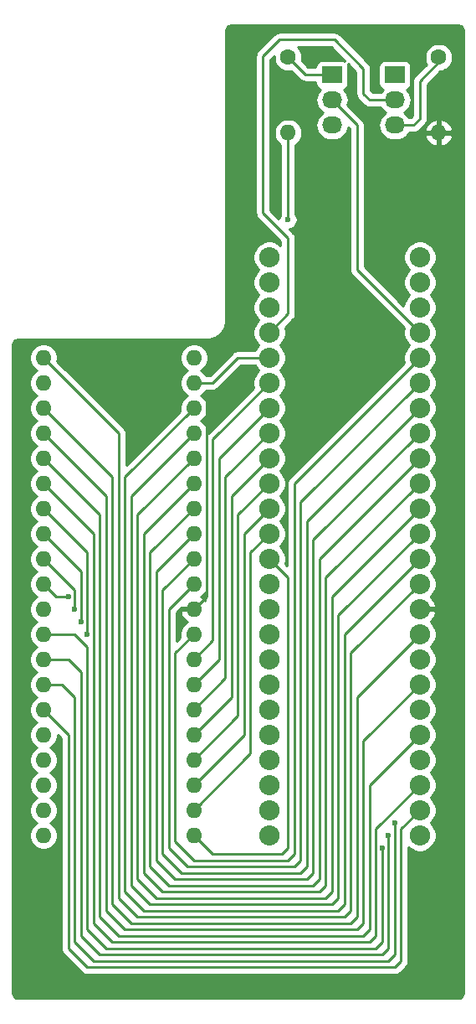
<source format=gtl>
%TF.GenerationSoftware,KiCad,Pcbnew,(5.1.6-0-10_14)*%
%TF.CreationDate,2021-01-24T08:08:00+01:00*%
%TF.ProjectId,27c160,32376331-3630-42e6-9b69-6361645f7063,rev?*%
%TF.SameCoordinates,Original*%
%TF.FileFunction,Copper,L1,Top*%
%TF.FilePolarity,Positive*%
%FSLAX46Y46*%
G04 Gerber Fmt 4.6, Leading zero omitted, Abs format (unit mm)*
G04 Created by KiCad (PCBNEW (5.1.6-0-10_14)) date 2021-01-24 08:08:00*
%MOMM*%
%LPD*%
G01*
G04 APERTURE LIST*
%TA.AperFunction,ComponentPad*%
%ADD10O,1.600000X1.600000*%
%TD*%
%TA.AperFunction,ComponentPad*%
%ADD11C,1.600000*%
%TD*%
%TA.AperFunction,ComponentPad*%
%ADD12R,2.032000X1.727200*%
%TD*%
%TA.AperFunction,ComponentPad*%
%ADD13O,2.032000X1.727200*%
%TD*%
%TA.AperFunction,ComponentPad*%
%ADD14O,2.050000X2.050000*%
%TD*%
%TA.AperFunction,ViaPad*%
%ADD15C,0.600000*%
%TD*%
%TA.AperFunction,Conductor*%
%ADD16C,0.250000*%
%TD*%
%TA.AperFunction,Conductor*%
%ADD17C,0.254000*%
%TD*%
G04 APERTURE END LIST*
D10*
%TO.P,R2,2*%
%TO.N,/VSS*%
X158115000Y-41402000D03*
D11*
%TO.P,R2,1*%
%TO.N,Net-(P1-Pad3)*%
X158115000Y-33782000D03*
%TD*%
D10*
%TO.P,R1,2*%
%TO.N,/VCC*%
X142875000Y-41402000D03*
D11*
%TO.P,R1,1*%
%TO.N,Net-(P1-Pad1)*%
X142875000Y-33782000D03*
%TD*%
D12*
%TO.P,P1,1*%
%TO.N,Net-(P1-Pad1)*%
X147320000Y-35560000D03*
D13*
%TO.P,P1,2*%
%TO.N,/A19*%
X147320000Y-38100000D03*
%TO.P,P1,3*%
%TO.N,Net-(P1-Pad3)*%
X147320000Y-40640000D03*
%TD*%
D12*
%TO.P,P2,1*%
%TO.N,Net-(P1-Pad1)*%
X153670000Y-35560000D03*
D13*
%TO.P,P2,2*%
%TO.N,/A18*%
X153670000Y-38100000D03*
%TO.P,P2,3*%
%TO.N,Net-(P1-Pad3)*%
X153670000Y-40640000D03*
%TD*%
D14*
%TO.P,U2,48*%
%TO.N,N/C*%
X156210000Y-53975000D03*
%TO.P,U2,47*%
X156210000Y-56515000D03*
%TO.P,U2,46*%
X156210000Y-59055000D03*
%TO.P,U2,45*%
%TO.N,/A19*%
X156210000Y-61595000D03*
%TO.P,U2,44*%
%TO.N,/P29*%
X156210000Y-64135000D03*
%TO.P,U2,43*%
%TO.N,/P31*%
X156210000Y-66675000D03*
%TO.P,U2,42*%
%TO.N,/P32*%
X156210000Y-69215000D03*
%TO.P,U2,41*%
%TO.N,/P33*%
X156210000Y-71755000D03*
%TO.P,U2,1*%
%TO.N,N/C*%
X140970000Y-53975000D03*
%TO.P,U2,2*%
X140970000Y-56515000D03*
%TO.P,U2,3*%
X140970000Y-59055000D03*
%TO.P,U2,4*%
%TO.N,/A18*%
X140970000Y-61595000D03*
%TO.P,U2,5*%
%TO.N,/P39*%
X140970000Y-64135000D03*
%TO.P,U2,6*%
%TO.N,/P28*%
X140970000Y-66675000D03*
%TO.P,U2,7*%
%TO.N,/P27*%
X140970000Y-69215000D03*
%TO.P,U2,8*%
%TO.N,/P26*%
X140970000Y-71755000D03*
%TO.P,U2,9*%
%TO.N,/P25*%
X140970000Y-74295000D03*
%TO.P,U2,10*%
%TO.N,/P24*%
X140970000Y-76835000D03*
%TO.P,U2,11*%
%TO.N,/P23*%
X140970000Y-79375000D03*
%TO.P,U2,12*%
%TO.N,/P22*%
X140970000Y-81915000D03*
%TO.P,U2,13*%
%TO.N,/P21*%
X140970000Y-84455000D03*
%TO.P,U2,14*%
%TO.N,/P2*%
X140970000Y-86995000D03*
%TO.P,U2,15*%
%TO.N,/P11*%
X140970000Y-89535000D03*
%TO.P,U2,16*%
%TO.N,/P20*%
X140970000Y-92075000D03*
%TO.P,U2,17*%
%TO.N,/P19*%
X140970000Y-94615000D03*
%TO.P,U2,18*%
%TO.N,/P10*%
X140970000Y-97155000D03*
%TO.P,U2,19*%
%TO.N,/P18*%
X140970000Y-99695000D03*
%TO.P,U2,20*%
%TO.N,/P9*%
X140970000Y-102235000D03*
%TO.P,U2,21*%
%TO.N,/P17*%
X140970000Y-104775000D03*
%TO.P,U2,22*%
%TO.N,/P8*%
X140970000Y-107315000D03*
%TO.P,U2,23*%
%TO.N,/P16*%
X140970000Y-109855000D03*
%TO.P,U2,24*%
%TO.N,/P7*%
X140970000Y-112395000D03*
%TO.P,U2,25*%
%TO.N,/VCC*%
X156210000Y-112395000D03*
%TO.P,U2,26*%
%TO.N,/P15*%
X156210000Y-109855000D03*
%TO.P,U2,27*%
%TO.N,/P6*%
X156210000Y-107315000D03*
%TO.P,U2,28*%
%TO.N,/P14*%
X156210000Y-104775000D03*
%TO.P,U2,29*%
%TO.N,/P5*%
X156210000Y-102235000D03*
%TO.P,U2,30*%
%TO.N,/P13*%
X156210000Y-99695000D03*
%TO.P,U2,31*%
%TO.N,/P4*%
X156210000Y-97155000D03*
%TO.P,U2,32*%
%TO.N,/P12*%
X156210000Y-94615000D03*
%TO.P,U2,33*%
%TO.N,/P3*%
X156210000Y-92075000D03*
%TO.P,U2,34*%
%TO.N,/VSS*%
X156210000Y-89535000D03*
%TO.P,U2,35*%
%TO.N,/P1*%
X156210000Y-86995000D03*
%TO.P,U2,36*%
%TO.N,/P38*%
X156210000Y-84455000D03*
%TO.P,U2,37*%
%TO.N,/P37*%
X156210000Y-81915000D03*
%TO.P,U2,38*%
%TO.N,/P36*%
X156210000Y-79375000D03*
%TO.P,U2,39*%
%TO.N,/P35*%
X156210000Y-76835000D03*
%TO.P,U2,40*%
%TO.N,/P34*%
X156210000Y-74295000D03*
%TD*%
D10*
%TO.P,U1,1*%
%TO.N,/P1*%
X118110000Y-64135000D03*
%TO.P,U1,2*%
%TO.N,/P2*%
X118110000Y-66675000D03*
%TO.P,U1,3*%
%TO.N,/P3*%
X118110000Y-69215000D03*
%TO.P,U1,4*%
%TO.N,/P4*%
X118110000Y-71755000D03*
%TO.P,U1,5*%
%TO.N,/P5*%
X118110000Y-74295000D03*
%TO.P,U1,6*%
%TO.N,/P6*%
X118110000Y-76835000D03*
%TO.P,U1,7*%
%TO.N,/P7*%
X118110000Y-79375000D03*
%TO.P,U1,8*%
%TO.N,/P8*%
X118110000Y-81915000D03*
%TO.P,U1,9*%
%TO.N,/P9*%
X118110000Y-84455000D03*
%TO.P,U1,10*%
%TO.N,/P10*%
X118110000Y-86995000D03*
%TO.P,U1,11*%
%TO.N,/P11*%
X118110000Y-89535000D03*
%TO.P,U1,12*%
%TO.N,/P12*%
X118110000Y-92075000D03*
%TO.P,U1,13*%
%TO.N,/P13*%
X118110000Y-94615000D03*
%TO.P,U1,14*%
%TO.N,/P14*%
X118110000Y-97155000D03*
%TO.P,U1,15*%
%TO.N,/P15*%
X118110000Y-99695000D03*
%TO.P,U1,16*%
%TO.N,/P16*%
X118110000Y-102235000D03*
%TO.P,U1,17*%
%TO.N,/P17*%
X118110000Y-104775000D03*
%TO.P,U1,18*%
%TO.N,/P18*%
X118110000Y-107315000D03*
%TO.P,U1,19*%
%TO.N,/P19*%
X118110000Y-109855000D03*
%TO.P,U1,20*%
%TO.N,/P20*%
X118110000Y-112395000D03*
%TO.P,U1,21*%
%TO.N,/P21*%
X133350000Y-112395000D03*
%TO.P,U1,22*%
%TO.N,/P22*%
X133350000Y-109855000D03*
%TO.P,U1,23*%
%TO.N,/P23*%
X133350000Y-107315000D03*
%TO.P,U1,24*%
%TO.N,/P24*%
X133350000Y-104775000D03*
%TO.P,U1,25*%
%TO.N,/P25*%
X133350000Y-102235000D03*
%TO.P,U1,26*%
%TO.N,/P26*%
X133350000Y-99695000D03*
%TO.P,U1,27*%
%TO.N,/P27*%
X133350000Y-97155000D03*
%TO.P,U1,28*%
%TO.N,/P28*%
X133350000Y-94615000D03*
%TO.P,U1,29*%
%TO.N,/P29*%
X133350000Y-92075000D03*
%TO.P,U1,30*%
%TO.N,/VSS*%
X133350000Y-89535000D03*
%TO.P,U1,31*%
%TO.N,/P31*%
X133350000Y-86995000D03*
%TO.P,U1,32*%
%TO.N,/P32*%
X133350000Y-84455000D03*
%TO.P,U1,33*%
%TO.N,/P33*%
X133350000Y-81915000D03*
%TO.P,U1,34*%
%TO.N,/P34*%
X133350000Y-79375000D03*
%TO.P,U1,35*%
%TO.N,/P35*%
X133350000Y-76835000D03*
%TO.P,U1,36*%
%TO.N,/P36*%
X133350000Y-74295000D03*
%TO.P,U1,37*%
%TO.N,/P37*%
X133350000Y-71755000D03*
%TO.P,U1,38*%
%TO.N,/P38*%
X133350000Y-69215000D03*
%TO.P,U1,39*%
%TO.N,/P39*%
X133350000Y-66675000D03*
%TO.P,U1,40*%
%TO.N,/VCC*%
X133350000Y-64135000D03*
%TD*%
D15*
%TO.N,/P7*%
X122555000Y-92075000D03*
%TO.N,/P8*%
X121920000Y-90805000D03*
%TO.N,/P9*%
X121285000Y-89535000D03*
%TO.N,/P10*%
X120650000Y-88265000D03*
%TO.N,/P12*%
X152400000Y-113665000D03*
%TO.N,/P13*%
X153035000Y-112395000D03*
%TO.N,/P14*%
X153670000Y-111125000D03*
%TO.N,/VCC*%
X142875000Y-50165000D03*
%TO.N,/VSS*%
X152400000Y-50165000D03*
X134620000Y-67945000D03*
X146050000Y-46228000D03*
X146050000Y-57912000D03*
X146050000Y-68072000D03*
X150622000Y-62738000D03*
X125984000Y-66294000D03*
X117348000Y-117094000D03*
X117348000Y-125730000D03*
X158242000Y-125730000D03*
X158242000Y-117094000D03*
X151130000Y-39624000D03*
X145415000Y-33401000D03*
%TD*%
D16*
%TO.N,/P1*%
X118110000Y-64135000D02*
X125730000Y-71755000D01*
X125730000Y-71755000D02*
X125730000Y-118745000D01*
X125730000Y-118745000D02*
X127635000Y-120650000D01*
X149225000Y-93980000D02*
X156210000Y-86995000D01*
X149225000Y-120015000D02*
X149225000Y-93980000D01*
X148590000Y-120650000D02*
X149225000Y-120015000D01*
X127635000Y-120650000D02*
X148590000Y-120650000D01*
%TO.N,/P3*%
X118110000Y-69215000D02*
X125095000Y-76200000D01*
X125095000Y-76200000D02*
X125095000Y-119380000D01*
X125095000Y-119380000D02*
X127000000Y-121285000D01*
X149860000Y-98425000D02*
X156210000Y-92075000D01*
X149860000Y-120650000D02*
X149860000Y-98425000D01*
X149225000Y-121285000D02*
X149860000Y-120650000D01*
X127000000Y-121285000D02*
X149225000Y-121285000D01*
%TO.N,/P4*%
X150495000Y-102870000D02*
X156210000Y-97155000D01*
X150495000Y-121285000D02*
X150495000Y-102870000D01*
X149860000Y-121920000D02*
X150495000Y-121285000D01*
X126365000Y-121920000D02*
X149860000Y-121920000D01*
X118110000Y-71755000D02*
X124460000Y-78105000D01*
X124460000Y-78105000D02*
X124460000Y-120015000D01*
X124460000Y-120015000D02*
X126365000Y-121920000D01*
%TO.N,/P5*%
X151130000Y-107315000D02*
X156210000Y-102235000D01*
X151130000Y-121920000D02*
X151130000Y-107315000D01*
X150495000Y-122555000D02*
X151130000Y-121920000D01*
X125730000Y-122555000D02*
X150495000Y-122555000D01*
X118110000Y-74295000D02*
X123825000Y-80010000D01*
X123825000Y-80010000D02*
X123825000Y-120650000D01*
X123825000Y-120650000D02*
X125730000Y-122555000D01*
%TO.N,/P6*%
X151765000Y-111760000D02*
X156210000Y-107315000D01*
X151765000Y-122555000D02*
X151765000Y-111760000D01*
X151130000Y-123190000D02*
X151765000Y-122555000D01*
X125095000Y-123190000D02*
X151130000Y-123190000D01*
X118110000Y-76835000D02*
X123190000Y-81915000D01*
X123190000Y-81915000D02*
X123190000Y-121285000D01*
X123190000Y-121285000D02*
X125095000Y-123190000D01*
%TO.N,/P7*%
X118110000Y-79375000D02*
X122555000Y-83820000D01*
X122555000Y-83820000D02*
X122555000Y-92075000D01*
%TO.N,/P8*%
X118110000Y-81915000D02*
X121920000Y-85725000D01*
X121920000Y-85725000D02*
X121920000Y-90805000D01*
%TO.N,/P9*%
X118110000Y-84455000D02*
X121285000Y-87630000D01*
X121285000Y-87630000D02*
X121285000Y-89535000D01*
%TO.N,/P10*%
X119380000Y-88265000D02*
X120650000Y-88265000D01*
X118110000Y-86995000D02*
X119380000Y-88265000D01*
%TO.N,/P12*%
X121285000Y-92075000D02*
X122555000Y-93345000D01*
X122555000Y-93345000D02*
X122555000Y-121920000D01*
X122555000Y-121920000D02*
X124460000Y-123825000D01*
X124460000Y-123825000D02*
X151765000Y-123825000D01*
X151765000Y-123825000D02*
X152400000Y-123190000D01*
X152400000Y-123190000D02*
X152400000Y-113665000D01*
X118110000Y-92075000D02*
X121285000Y-92075000D01*
%TO.N,/P13*%
X118110000Y-94615000D02*
X120650000Y-94615000D01*
X120650000Y-94615000D02*
X121920000Y-95885000D01*
X121920000Y-95885000D02*
X121920000Y-122555000D01*
X153035000Y-123825000D02*
X153035000Y-112395000D01*
X152400000Y-124460000D02*
X153035000Y-123825000D01*
X123825000Y-124460000D02*
X152400000Y-124460000D01*
X121920000Y-122555000D02*
X123825000Y-124460000D01*
%TO.N,/P14*%
X153670000Y-124460000D02*
X153670000Y-111125000D01*
X153035000Y-125095000D02*
X153670000Y-124460000D01*
X123190000Y-125095000D02*
X153035000Y-125095000D01*
X121285000Y-123190000D02*
X123190000Y-125095000D01*
X121285000Y-98425000D02*
X121285000Y-123190000D01*
X120015000Y-97155000D02*
X121285000Y-98425000D01*
X118110000Y-97155000D02*
X120015000Y-97155000D01*
%TO.N,/P15*%
X154305000Y-111760000D02*
X156210000Y-109855000D01*
X154305000Y-125095000D02*
X154305000Y-111760000D01*
X153670000Y-125730000D02*
X154305000Y-125095000D01*
X122555000Y-125730000D02*
X153670000Y-125730000D01*
X120650000Y-123825000D02*
X122555000Y-125730000D01*
X120650000Y-102235000D02*
X120650000Y-123825000D01*
X118110000Y-99695000D02*
X120650000Y-102235000D01*
%TO.N,/P21*%
X133350000Y-112395000D02*
X135255000Y-114300000D01*
X135255000Y-114300000D02*
X142240000Y-114300000D01*
X142240000Y-114300000D02*
X142875000Y-113665000D01*
X142875000Y-86360000D02*
X140970000Y-84455000D01*
X142875000Y-113665000D02*
X142875000Y-86360000D01*
%TO.N,/P22*%
X133350000Y-109855000D02*
X139065000Y-104140000D01*
X139065000Y-104140000D02*
X139065000Y-83820000D01*
X139065000Y-83820000D02*
X140970000Y-81915000D01*
%TO.N,/P23*%
X133350000Y-107315000D02*
X138430000Y-102235000D01*
X138430000Y-102235000D02*
X138430000Y-81915000D01*
X138430000Y-81915000D02*
X140970000Y-79375000D01*
%TO.N,/P24*%
X133350000Y-104775000D02*
X137795000Y-100330000D01*
X137795000Y-100330000D02*
X137795000Y-80010000D01*
X137795000Y-80010000D02*
X140970000Y-76835000D01*
%TO.N,/P25*%
X133350000Y-102235000D02*
X137160000Y-98425000D01*
X137160000Y-98425000D02*
X137160000Y-78105000D01*
X137160000Y-78105000D02*
X140970000Y-74295000D01*
%TO.N,/P26*%
X133350000Y-99695000D02*
X136525000Y-96520000D01*
X136525000Y-96520000D02*
X136525000Y-76200000D01*
X136525000Y-76200000D02*
X140970000Y-71755000D01*
%TO.N,/P27*%
X133350000Y-97155000D02*
X135890000Y-94615000D01*
X135890000Y-94615000D02*
X135890000Y-74295000D01*
X135890000Y-74295000D02*
X140970000Y-69215000D01*
%TO.N,/P28*%
X133350000Y-94615000D02*
X135255000Y-92710000D01*
X135255000Y-92710000D02*
X135255000Y-72390000D01*
X135255000Y-72390000D02*
X140970000Y-66675000D01*
%TO.N,/P29*%
X133350000Y-92075000D02*
X131445000Y-93980000D01*
X131445000Y-93980000D02*
X131445000Y-113030000D01*
X131445000Y-113030000D02*
X133350000Y-114935000D01*
X143510000Y-76835000D02*
X156210000Y-64135000D01*
X143510000Y-114300000D02*
X143510000Y-76835000D01*
X142875000Y-114935000D02*
X143510000Y-114300000D01*
X133350000Y-114935000D02*
X142875000Y-114935000D01*
%TO.N,/P31*%
X133350000Y-86995000D02*
X130810000Y-89535000D01*
X130810000Y-89535000D02*
X130810000Y-113665000D01*
X130810000Y-113665000D02*
X132715000Y-115570000D01*
X144145000Y-78740000D02*
X156210000Y-66675000D01*
X144145000Y-114935000D02*
X144145000Y-78740000D01*
X143510000Y-115570000D02*
X144145000Y-114935000D01*
X132715000Y-115570000D02*
X143510000Y-115570000D01*
%TO.N,/P32*%
X133350000Y-84455000D02*
X130175000Y-87630000D01*
X130175000Y-87630000D02*
X130175000Y-114300000D01*
X130175000Y-114300000D02*
X132080000Y-116205000D01*
X144780000Y-80645000D02*
X156210000Y-69215000D01*
X144780000Y-115570000D02*
X144780000Y-80645000D01*
X144145000Y-116205000D02*
X144780000Y-115570000D01*
X132080000Y-116205000D02*
X144145000Y-116205000D01*
%TO.N,/P33*%
X133350000Y-81915000D02*
X129540000Y-85725000D01*
X129540000Y-85725000D02*
X129540000Y-114935000D01*
X129540000Y-114935000D02*
X131445000Y-116840000D01*
X145415000Y-82550000D02*
X156210000Y-71755000D01*
X145415000Y-116205000D02*
X145415000Y-82550000D01*
X144780000Y-116840000D02*
X145415000Y-116205000D01*
X131445000Y-116840000D02*
X144780000Y-116840000D01*
%TO.N,/P34*%
X146050000Y-84455000D02*
X156210000Y-74295000D01*
X146050000Y-116840000D02*
X146050000Y-84455000D01*
X145415000Y-117475000D02*
X146050000Y-116840000D01*
X130810000Y-117475000D02*
X145415000Y-117475000D01*
X133350000Y-79375000D02*
X128905000Y-83820000D01*
X128905000Y-83820000D02*
X128905000Y-115570000D01*
X128905000Y-115570000D02*
X130810000Y-117475000D01*
%TO.N,/P35*%
X146685000Y-86360000D02*
X156210000Y-76835000D01*
X146685000Y-117475000D02*
X146685000Y-86360000D01*
X146050000Y-118110000D02*
X146685000Y-117475000D01*
X130175000Y-118110000D02*
X146050000Y-118110000D01*
X128270000Y-116205000D02*
X130175000Y-118110000D01*
X128270000Y-81915000D02*
X128270000Y-116205000D01*
X133350000Y-76835000D02*
X128270000Y-81915000D01*
%TO.N,/P36*%
X147320000Y-88265000D02*
X156210000Y-79375000D01*
X147320000Y-118110000D02*
X147320000Y-88265000D01*
X146685000Y-118745000D02*
X147320000Y-118110000D01*
X129540000Y-118745000D02*
X146685000Y-118745000D01*
X133350000Y-74295000D02*
X127635000Y-80010000D01*
X127635000Y-80010000D02*
X127635000Y-116840000D01*
X127635000Y-116840000D02*
X129540000Y-118745000D01*
%TO.N,/P37*%
X147955000Y-90170000D02*
X156210000Y-81915000D01*
X147955000Y-118745000D02*
X147955000Y-90170000D01*
X147320000Y-119380000D02*
X147955000Y-118745000D01*
X128905000Y-119380000D02*
X147320000Y-119380000D01*
X127000000Y-117475000D02*
X128905000Y-119380000D01*
X127000000Y-78105000D02*
X127000000Y-117475000D01*
X133350000Y-71755000D02*
X127000000Y-78105000D01*
%TO.N,/P38*%
X148590000Y-92075000D02*
X156210000Y-84455000D01*
X148590000Y-119380000D02*
X148590000Y-92075000D01*
X147955000Y-120015000D02*
X148590000Y-119380000D01*
X128270000Y-120015000D02*
X147955000Y-120015000D01*
X126365000Y-118110000D02*
X128270000Y-120015000D01*
X126365000Y-76200000D02*
X126365000Y-118110000D01*
X133350000Y-69215000D02*
X126365000Y-76200000D01*
%TO.N,/P39*%
X133350000Y-66675000D02*
X135255000Y-66675000D01*
X135255000Y-66675000D02*
X137795000Y-64135000D01*
X137795000Y-64135000D02*
X140970000Y-64135000D01*
%TO.N,Net-(P1-Pad1)*%
X144573000Y-35480000D02*
X147240000Y-35480000D01*
X147240000Y-35480000D02*
X147320000Y-35560000D01*
X142875000Y-33782000D02*
X144573000Y-35480000D01*
%TO.N,/A19*%
X147320000Y-38100000D02*
X149860000Y-40640000D01*
X149860000Y-55245000D02*
X156210000Y-61595000D01*
X149860000Y-40640000D02*
X149860000Y-55245000D01*
%TO.N,Net-(P1-Pad3)*%
X155575000Y-40640000D02*
X153670000Y-40640000D01*
X156210000Y-40005000D02*
X155575000Y-40640000D01*
X156210000Y-36195000D02*
X156210000Y-40005000D01*
X158115000Y-34290000D02*
X156210000Y-36195000D01*
X158115000Y-33782000D02*
X158115000Y-34290000D01*
%TO.N,/A18*%
X142875000Y-59690000D02*
X140970000Y-61595000D01*
X140335000Y-49530000D02*
X142875000Y-52070000D01*
X141986000Y-32004000D02*
X140335000Y-33655000D01*
X142875000Y-52070000D02*
X142875000Y-59690000D01*
X147574000Y-32004000D02*
X141986000Y-32004000D01*
X150495000Y-34925000D02*
X147574000Y-32004000D01*
X153670000Y-38100000D02*
X151130000Y-38100000D01*
X150495000Y-37465000D02*
X150495000Y-34925000D01*
X140335000Y-33655000D02*
X140335000Y-49530000D01*
X151130000Y-38100000D02*
X150495000Y-37465000D01*
%TO.N,/VCC*%
X142875000Y-41402000D02*
X142875000Y-50165000D01*
%TO.N,/VSS*%
X158115000Y-44450000D02*
X152400000Y-50165000D01*
X134620000Y-69850000D02*
X134620000Y-67945000D01*
X133350000Y-89535000D02*
X134620000Y-88265000D01*
X134620000Y-88265000D02*
X134620000Y-69850000D01*
X158115000Y-44450000D02*
X158115000Y-41402000D01*
%TD*%
D17*
%TO.N,/VSS*%
G36*
X160132992Y-30544364D02*
G01*
X160241670Y-30577176D01*
X160341918Y-30630479D01*
X160429897Y-30702232D01*
X160502263Y-30789707D01*
X160556263Y-30889579D01*
X160589833Y-30998027D01*
X160605000Y-31142331D01*
X160605001Y-128236486D01*
X160590636Y-128382992D01*
X160557823Y-128491672D01*
X160504522Y-128591917D01*
X160432769Y-128679895D01*
X160345292Y-128752263D01*
X160245420Y-128806263D01*
X160136973Y-128839833D01*
X159992669Y-128855000D01*
X115603504Y-128855000D01*
X115457008Y-128840636D01*
X115348328Y-128807823D01*
X115248083Y-128754522D01*
X115160105Y-128682769D01*
X115087737Y-128595292D01*
X115033737Y-128495420D01*
X115000167Y-128386973D01*
X114985000Y-128242669D01*
X114985000Y-63993665D01*
X116675000Y-63993665D01*
X116675000Y-64276335D01*
X116730147Y-64553574D01*
X116838320Y-64814727D01*
X116995363Y-65049759D01*
X117195241Y-65249637D01*
X117427759Y-65405000D01*
X117195241Y-65560363D01*
X116995363Y-65760241D01*
X116838320Y-65995273D01*
X116730147Y-66256426D01*
X116675000Y-66533665D01*
X116675000Y-66816335D01*
X116730147Y-67093574D01*
X116838320Y-67354727D01*
X116995363Y-67589759D01*
X117195241Y-67789637D01*
X117427759Y-67945000D01*
X117195241Y-68100363D01*
X116995363Y-68300241D01*
X116838320Y-68535273D01*
X116730147Y-68796426D01*
X116675000Y-69073665D01*
X116675000Y-69356335D01*
X116730147Y-69633574D01*
X116838320Y-69894727D01*
X116995363Y-70129759D01*
X117195241Y-70329637D01*
X117427759Y-70485000D01*
X117195241Y-70640363D01*
X116995363Y-70840241D01*
X116838320Y-71075273D01*
X116730147Y-71336426D01*
X116675000Y-71613665D01*
X116675000Y-71896335D01*
X116730147Y-72173574D01*
X116838320Y-72434727D01*
X116995363Y-72669759D01*
X117195241Y-72869637D01*
X117427759Y-73025000D01*
X117195241Y-73180363D01*
X116995363Y-73380241D01*
X116838320Y-73615273D01*
X116730147Y-73876426D01*
X116675000Y-74153665D01*
X116675000Y-74436335D01*
X116730147Y-74713574D01*
X116838320Y-74974727D01*
X116995363Y-75209759D01*
X117195241Y-75409637D01*
X117427759Y-75565000D01*
X117195241Y-75720363D01*
X116995363Y-75920241D01*
X116838320Y-76155273D01*
X116730147Y-76416426D01*
X116675000Y-76693665D01*
X116675000Y-76976335D01*
X116730147Y-77253574D01*
X116838320Y-77514727D01*
X116995363Y-77749759D01*
X117195241Y-77949637D01*
X117427759Y-78105000D01*
X117195241Y-78260363D01*
X116995363Y-78460241D01*
X116838320Y-78695273D01*
X116730147Y-78956426D01*
X116675000Y-79233665D01*
X116675000Y-79516335D01*
X116730147Y-79793574D01*
X116838320Y-80054727D01*
X116995363Y-80289759D01*
X117195241Y-80489637D01*
X117427759Y-80645000D01*
X117195241Y-80800363D01*
X116995363Y-81000241D01*
X116838320Y-81235273D01*
X116730147Y-81496426D01*
X116675000Y-81773665D01*
X116675000Y-82056335D01*
X116730147Y-82333574D01*
X116838320Y-82594727D01*
X116995363Y-82829759D01*
X117195241Y-83029637D01*
X117427759Y-83185000D01*
X117195241Y-83340363D01*
X116995363Y-83540241D01*
X116838320Y-83775273D01*
X116730147Y-84036426D01*
X116675000Y-84313665D01*
X116675000Y-84596335D01*
X116730147Y-84873574D01*
X116838320Y-85134727D01*
X116995363Y-85369759D01*
X117195241Y-85569637D01*
X117427759Y-85725000D01*
X117195241Y-85880363D01*
X116995363Y-86080241D01*
X116838320Y-86315273D01*
X116730147Y-86576426D01*
X116675000Y-86853665D01*
X116675000Y-87136335D01*
X116730147Y-87413574D01*
X116838320Y-87674727D01*
X116995363Y-87909759D01*
X117195241Y-88109637D01*
X117427759Y-88265000D01*
X117195241Y-88420363D01*
X116995363Y-88620241D01*
X116838320Y-88855273D01*
X116730147Y-89116426D01*
X116675000Y-89393665D01*
X116675000Y-89676335D01*
X116730147Y-89953574D01*
X116838320Y-90214727D01*
X116995363Y-90449759D01*
X117195241Y-90649637D01*
X117427759Y-90805000D01*
X117195241Y-90960363D01*
X116995363Y-91160241D01*
X116838320Y-91395273D01*
X116730147Y-91656426D01*
X116675000Y-91933665D01*
X116675000Y-92216335D01*
X116730147Y-92493574D01*
X116838320Y-92754727D01*
X116995363Y-92989759D01*
X117195241Y-93189637D01*
X117427759Y-93345000D01*
X117195241Y-93500363D01*
X116995363Y-93700241D01*
X116838320Y-93935273D01*
X116730147Y-94196426D01*
X116675000Y-94473665D01*
X116675000Y-94756335D01*
X116730147Y-95033574D01*
X116838320Y-95294727D01*
X116995363Y-95529759D01*
X117195241Y-95729637D01*
X117427759Y-95885000D01*
X117195241Y-96040363D01*
X116995363Y-96240241D01*
X116838320Y-96475273D01*
X116730147Y-96736426D01*
X116675000Y-97013665D01*
X116675000Y-97296335D01*
X116730147Y-97573574D01*
X116838320Y-97834727D01*
X116995363Y-98069759D01*
X117195241Y-98269637D01*
X117427759Y-98425000D01*
X117195241Y-98580363D01*
X116995363Y-98780241D01*
X116838320Y-99015273D01*
X116730147Y-99276426D01*
X116675000Y-99553665D01*
X116675000Y-99836335D01*
X116730147Y-100113574D01*
X116838320Y-100374727D01*
X116995363Y-100609759D01*
X117195241Y-100809637D01*
X117427759Y-100965000D01*
X117195241Y-101120363D01*
X116995363Y-101320241D01*
X116838320Y-101555273D01*
X116730147Y-101816426D01*
X116675000Y-102093665D01*
X116675000Y-102376335D01*
X116730147Y-102653574D01*
X116838320Y-102914727D01*
X116995363Y-103149759D01*
X117195241Y-103349637D01*
X117427759Y-103505000D01*
X117195241Y-103660363D01*
X116995363Y-103860241D01*
X116838320Y-104095273D01*
X116730147Y-104356426D01*
X116675000Y-104633665D01*
X116675000Y-104916335D01*
X116730147Y-105193574D01*
X116838320Y-105454727D01*
X116995363Y-105689759D01*
X117195241Y-105889637D01*
X117427759Y-106045000D01*
X117195241Y-106200363D01*
X116995363Y-106400241D01*
X116838320Y-106635273D01*
X116730147Y-106896426D01*
X116675000Y-107173665D01*
X116675000Y-107456335D01*
X116730147Y-107733574D01*
X116838320Y-107994727D01*
X116995363Y-108229759D01*
X117195241Y-108429637D01*
X117427759Y-108585000D01*
X117195241Y-108740363D01*
X116995363Y-108940241D01*
X116838320Y-109175273D01*
X116730147Y-109436426D01*
X116675000Y-109713665D01*
X116675000Y-109996335D01*
X116730147Y-110273574D01*
X116838320Y-110534727D01*
X116995363Y-110769759D01*
X117195241Y-110969637D01*
X117427759Y-111125000D01*
X117195241Y-111280363D01*
X116995363Y-111480241D01*
X116838320Y-111715273D01*
X116730147Y-111976426D01*
X116675000Y-112253665D01*
X116675000Y-112536335D01*
X116730147Y-112813574D01*
X116838320Y-113074727D01*
X116995363Y-113309759D01*
X117195241Y-113509637D01*
X117430273Y-113666680D01*
X117691426Y-113774853D01*
X117968665Y-113830000D01*
X118251335Y-113830000D01*
X118528574Y-113774853D01*
X118789727Y-113666680D01*
X119024759Y-113509637D01*
X119224637Y-113309759D01*
X119381680Y-113074727D01*
X119489853Y-112813574D01*
X119545000Y-112536335D01*
X119545000Y-112253665D01*
X119489853Y-111976426D01*
X119381680Y-111715273D01*
X119224637Y-111480241D01*
X119024759Y-111280363D01*
X118792241Y-111125000D01*
X119024759Y-110969637D01*
X119224637Y-110769759D01*
X119381680Y-110534727D01*
X119489853Y-110273574D01*
X119545000Y-109996335D01*
X119545000Y-109713665D01*
X119489853Y-109436426D01*
X119381680Y-109175273D01*
X119224637Y-108940241D01*
X119024759Y-108740363D01*
X118792241Y-108585000D01*
X119024759Y-108429637D01*
X119224637Y-108229759D01*
X119381680Y-107994727D01*
X119489853Y-107733574D01*
X119545000Y-107456335D01*
X119545000Y-107173665D01*
X119489853Y-106896426D01*
X119381680Y-106635273D01*
X119224637Y-106400241D01*
X119024759Y-106200363D01*
X118792241Y-106045000D01*
X119024759Y-105889637D01*
X119224637Y-105689759D01*
X119381680Y-105454727D01*
X119489853Y-105193574D01*
X119545000Y-104916335D01*
X119545000Y-104633665D01*
X119489853Y-104356426D01*
X119381680Y-104095273D01*
X119224637Y-103860241D01*
X119024759Y-103660363D01*
X118792241Y-103505000D01*
X119024759Y-103349637D01*
X119224637Y-103149759D01*
X119381680Y-102914727D01*
X119489853Y-102653574D01*
X119545000Y-102376335D01*
X119545000Y-102204803D01*
X119890000Y-102549803D01*
X119890001Y-123787667D01*
X119886324Y-123825000D01*
X119890001Y-123862332D01*
X119890001Y-123862333D01*
X119897553Y-123939003D01*
X119900998Y-123973985D01*
X119944454Y-124117246D01*
X120015026Y-124249276D01*
X120082361Y-124331323D01*
X120110000Y-124365001D01*
X120138998Y-124388799D01*
X121991201Y-126241003D01*
X122014999Y-126270001D01*
X122130724Y-126364974D01*
X122262753Y-126435546D01*
X122406014Y-126479003D01*
X122517667Y-126490000D01*
X122517677Y-126490000D01*
X122555000Y-126493676D01*
X122592323Y-126490000D01*
X153632678Y-126490000D01*
X153670000Y-126493676D01*
X153707322Y-126490000D01*
X153707333Y-126490000D01*
X153818986Y-126479003D01*
X153962247Y-126435546D01*
X154094276Y-126364974D01*
X154210001Y-126270001D01*
X154233803Y-126240998D01*
X154816004Y-125658798D01*
X154845001Y-125635001D01*
X154939974Y-125519276D01*
X155010546Y-125387247D01*
X155054003Y-125243986D01*
X155065000Y-125132333D01*
X155065000Y-125132332D01*
X155068677Y-125095000D01*
X155065000Y-125057667D01*
X155065000Y-113597594D01*
X155151812Y-113684406D01*
X155423695Y-113866073D01*
X155725796Y-113991207D01*
X156046504Y-114055000D01*
X156373496Y-114055000D01*
X156694204Y-113991207D01*
X156996305Y-113866073D01*
X157268188Y-113684406D01*
X157499406Y-113453188D01*
X157681073Y-113181305D01*
X157806207Y-112879204D01*
X157870000Y-112558496D01*
X157870000Y-112231504D01*
X157806207Y-111910796D01*
X157681073Y-111608695D01*
X157499406Y-111336812D01*
X157287594Y-111125000D01*
X157499406Y-110913188D01*
X157681073Y-110641305D01*
X157806207Y-110339204D01*
X157870000Y-110018496D01*
X157870000Y-109691504D01*
X157806207Y-109370796D01*
X157681073Y-109068695D01*
X157499406Y-108796812D01*
X157287594Y-108585000D01*
X157499406Y-108373188D01*
X157681073Y-108101305D01*
X157806207Y-107799204D01*
X157870000Y-107478496D01*
X157870000Y-107151504D01*
X157806207Y-106830796D01*
X157681073Y-106528695D01*
X157499406Y-106256812D01*
X157287594Y-106045000D01*
X157499406Y-105833188D01*
X157681073Y-105561305D01*
X157806207Y-105259204D01*
X157870000Y-104938496D01*
X157870000Y-104611504D01*
X157806207Y-104290796D01*
X157681073Y-103988695D01*
X157499406Y-103716812D01*
X157287594Y-103505000D01*
X157499406Y-103293188D01*
X157681073Y-103021305D01*
X157806207Y-102719204D01*
X157870000Y-102398496D01*
X157870000Y-102071504D01*
X157806207Y-101750796D01*
X157681073Y-101448695D01*
X157499406Y-101176812D01*
X157287594Y-100965000D01*
X157499406Y-100753188D01*
X157681073Y-100481305D01*
X157806207Y-100179204D01*
X157870000Y-99858496D01*
X157870000Y-99531504D01*
X157806207Y-99210796D01*
X157681073Y-98908695D01*
X157499406Y-98636812D01*
X157287594Y-98425000D01*
X157499406Y-98213188D01*
X157681073Y-97941305D01*
X157806207Y-97639204D01*
X157870000Y-97318496D01*
X157870000Y-96991504D01*
X157806207Y-96670796D01*
X157681073Y-96368695D01*
X157499406Y-96096812D01*
X157287594Y-95885000D01*
X157499406Y-95673188D01*
X157681073Y-95401305D01*
X157806207Y-95099204D01*
X157870000Y-94778496D01*
X157870000Y-94451504D01*
X157806207Y-94130796D01*
X157681073Y-93828695D01*
X157499406Y-93556812D01*
X157287594Y-93345000D01*
X157499406Y-93133188D01*
X157681073Y-92861305D01*
X157806207Y-92559204D01*
X157870000Y-92238496D01*
X157870000Y-91911504D01*
X157806207Y-91590796D01*
X157681073Y-91288695D01*
X157499406Y-91016812D01*
X157278249Y-90795655D01*
X157426768Y-90664197D01*
X157623684Y-90405120D01*
X157766272Y-90112605D01*
X157824890Y-89919357D01*
X157705868Y-89662000D01*
X156337000Y-89662000D01*
X156337000Y-89682000D01*
X156083000Y-89682000D01*
X156083000Y-89662000D01*
X156063000Y-89662000D01*
X156063000Y-89408000D01*
X156083000Y-89408000D01*
X156083000Y-89388000D01*
X156337000Y-89388000D01*
X156337000Y-89408000D01*
X157705868Y-89408000D01*
X157824890Y-89150643D01*
X157766272Y-88957395D01*
X157623684Y-88664880D01*
X157426768Y-88405803D01*
X157278249Y-88274345D01*
X157499406Y-88053188D01*
X157681073Y-87781305D01*
X157806207Y-87479204D01*
X157870000Y-87158496D01*
X157870000Y-86831504D01*
X157806207Y-86510796D01*
X157681073Y-86208695D01*
X157499406Y-85936812D01*
X157287594Y-85725000D01*
X157499406Y-85513188D01*
X157681073Y-85241305D01*
X157806207Y-84939204D01*
X157870000Y-84618496D01*
X157870000Y-84291504D01*
X157806207Y-83970796D01*
X157681073Y-83668695D01*
X157499406Y-83396812D01*
X157287594Y-83185000D01*
X157499406Y-82973188D01*
X157681073Y-82701305D01*
X157806207Y-82399204D01*
X157870000Y-82078496D01*
X157870000Y-81751504D01*
X157806207Y-81430796D01*
X157681073Y-81128695D01*
X157499406Y-80856812D01*
X157287594Y-80645000D01*
X157499406Y-80433188D01*
X157681073Y-80161305D01*
X157806207Y-79859204D01*
X157870000Y-79538496D01*
X157870000Y-79211504D01*
X157806207Y-78890796D01*
X157681073Y-78588695D01*
X157499406Y-78316812D01*
X157287594Y-78105000D01*
X157499406Y-77893188D01*
X157681073Y-77621305D01*
X157806207Y-77319204D01*
X157870000Y-76998496D01*
X157870000Y-76671504D01*
X157806207Y-76350796D01*
X157681073Y-76048695D01*
X157499406Y-75776812D01*
X157287594Y-75565000D01*
X157499406Y-75353188D01*
X157681073Y-75081305D01*
X157806207Y-74779204D01*
X157870000Y-74458496D01*
X157870000Y-74131504D01*
X157806207Y-73810796D01*
X157681073Y-73508695D01*
X157499406Y-73236812D01*
X157287594Y-73025000D01*
X157499406Y-72813188D01*
X157681073Y-72541305D01*
X157806207Y-72239204D01*
X157870000Y-71918496D01*
X157870000Y-71591504D01*
X157806207Y-71270796D01*
X157681073Y-70968695D01*
X157499406Y-70696812D01*
X157287594Y-70485000D01*
X157499406Y-70273188D01*
X157681073Y-70001305D01*
X157806207Y-69699204D01*
X157870000Y-69378496D01*
X157870000Y-69051504D01*
X157806207Y-68730796D01*
X157681073Y-68428695D01*
X157499406Y-68156812D01*
X157287594Y-67945000D01*
X157499406Y-67733188D01*
X157681073Y-67461305D01*
X157806207Y-67159204D01*
X157870000Y-66838496D01*
X157870000Y-66511504D01*
X157806207Y-66190796D01*
X157681073Y-65888695D01*
X157499406Y-65616812D01*
X157287594Y-65405000D01*
X157499406Y-65193188D01*
X157681073Y-64921305D01*
X157806207Y-64619204D01*
X157870000Y-64298496D01*
X157870000Y-63971504D01*
X157806207Y-63650796D01*
X157681073Y-63348695D01*
X157499406Y-63076812D01*
X157287594Y-62865000D01*
X157499406Y-62653188D01*
X157681073Y-62381305D01*
X157806207Y-62079204D01*
X157870000Y-61758496D01*
X157870000Y-61431504D01*
X157806207Y-61110796D01*
X157681073Y-60808695D01*
X157499406Y-60536812D01*
X157287594Y-60325000D01*
X157499406Y-60113188D01*
X157681073Y-59841305D01*
X157806207Y-59539204D01*
X157870000Y-59218496D01*
X157870000Y-58891504D01*
X157806207Y-58570796D01*
X157681073Y-58268695D01*
X157499406Y-57996812D01*
X157287594Y-57785000D01*
X157499406Y-57573188D01*
X157681073Y-57301305D01*
X157806207Y-56999204D01*
X157870000Y-56678496D01*
X157870000Y-56351504D01*
X157806207Y-56030796D01*
X157681073Y-55728695D01*
X157499406Y-55456812D01*
X157287594Y-55245000D01*
X157499406Y-55033188D01*
X157681073Y-54761305D01*
X157806207Y-54459204D01*
X157870000Y-54138496D01*
X157870000Y-53811504D01*
X157806207Y-53490796D01*
X157681073Y-53188695D01*
X157499406Y-52916812D01*
X157268188Y-52685594D01*
X156996305Y-52503927D01*
X156694204Y-52378793D01*
X156373496Y-52315000D01*
X156046504Y-52315000D01*
X155725796Y-52378793D01*
X155423695Y-52503927D01*
X155151812Y-52685594D01*
X154920594Y-52916812D01*
X154738927Y-53188695D01*
X154613793Y-53490796D01*
X154550000Y-53811504D01*
X154550000Y-54138496D01*
X154613793Y-54459204D01*
X154738927Y-54761305D01*
X154920594Y-55033188D01*
X155132406Y-55245000D01*
X154920594Y-55456812D01*
X154738927Y-55728695D01*
X154613793Y-56030796D01*
X154550000Y-56351504D01*
X154550000Y-56678496D01*
X154613793Y-56999204D01*
X154738927Y-57301305D01*
X154920594Y-57573188D01*
X155132406Y-57785000D01*
X154920594Y-57996812D01*
X154738927Y-58268695D01*
X154613793Y-58570796D01*
X154555194Y-58865392D01*
X150620000Y-54930199D01*
X150620000Y-40677322D01*
X150623676Y-40639999D01*
X150620000Y-40602676D01*
X150620000Y-40602667D01*
X150609003Y-40491014D01*
X150565546Y-40347753D01*
X150494974Y-40215724D01*
X150444307Y-40153986D01*
X150423799Y-40128996D01*
X150423795Y-40128992D01*
X150400001Y-40099999D01*
X150371009Y-40076206D01*
X148888631Y-38593829D01*
X148949316Y-38393777D01*
X148978251Y-38100000D01*
X148949316Y-37806223D01*
X148863625Y-37523736D01*
X148724469Y-37263394D01*
X148537197Y-37035203D01*
X148529135Y-37028586D01*
X148580180Y-37013102D01*
X148690494Y-36954137D01*
X148787185Y-36874785D01*
X148866537Y-36778094D01*
X148925502Y-36667780D01*
X148961812Y-36548082D01*
X148974072Y-36423600D01*
X148974072Y-34696400D01*
X148961812Y-34571918D01*
X148925502Y-34452220D01*
X148900335Y-34405137D01*
X149735001Y-35239803D01*
X149735000Y-37427677D01*
X149731324Y-37465000D01*
X149735000Y-37502322D01*
X149735000Y-37502332D01*
X149745997Y-37613985D01*
X149789454Y-37757246D01*
X149860026Y-37889276D01*
X149899871Y-37937826D01*
X149954999Y-38005001D01*
X149984002Y-38028803D01*
X150566200Y-38611002D01*
X150589999Y-38640001D01*
X150618997Y-38663799D01*
X150705724Y-38734974D01*
X150837753Y-38805546D01*
X150981014Y-38849003D01*
X151130000Y-38863677D01*
X151167333Y-38860000D01*
X152224584Y-38860000D01*
X152265531Y-38936606D01*
X152452803Y-39164797D01*
X152680994Y-39352069D01*
X152714540Y-39370000D01*
X152680994Y-39387931D01*
X152452803Y-39575203D01*
X152265531Y-39803394D01*
X152126375Y-40063736D01*
X152040684Y-40346223D01*
X152011749Y-40640000D01*
X152040684Y-40933777D01*
X152126375Y-41216264D01*
X152265531Y-41476606D01*
X152452803Y-41704797D01*
X152680994Y-41892069D01*
X152941336Y-42031225D01*
X153223823Y-42116916D01*
X153443981Y-42138600D01*
X153896019Y-42138600D01*
X154116177Y-42116916D01*
X154398664Y-42031225D01*
X154659006Y-41892069D01*
X154830849Y-41751040D01*
X156723091Y-41751040D01*
X156817930Y-42015881D01*
X156962615Y-42257131D01*
X157151586Y-42465519D01*
X157377580Y-42633037D01*
X157631913Y-42753246D01*
X157765961Y-42793904D01*
X157988000Y-42671915D01*
X157988000Y-41529000D01*
X158242000Y-41529000D01*
X158242000Y-42671915D01*
X158464039Y-42793904D01*
X158598087Y-42753246D01*
X158852420Y-42633037D01*
X159078414Y-42465519D01*
X159267385Y-42257131D01*
X159412070Y-42015881D01*
X159506909Y-41751040D01*
X159385624Y-41529000D01*
X158242000Y-41529000D01*
X157988000Y-41529000D01*
X156844376Y-41529000D01*
X156723091Y-41751040D01*
X154830849Y-41751040D01*
X154887197Y-41704797D01*
X155074469Y-41476606D01*
X155115416Y-41400000D01*
X155537678Y-41400000D01*
X155575000Y-41403676D01*
X155612322Y-41400000D01*
X155612333Y-41400000D01*
X155723986Y-41389003D01*
X155867247Y-41345546D01*
X155999276Y-41274974D01*
X156115001Y-41180001D01*
X156138803Y-41150998D01*
X156236841Y-41052960D01*
X156723091Y-41052960D01*
X156844376Y-41275000D01*
X157988000Y-41275000D01*
X157988000Y-40132085D01*
X158242000Y-40132085D01*
X158242000Y-41275000D01*
X159385624Y-41275000D01*
X159506909Y-41052960D01*
X159412070Y-40788119D01*
X159267385Y-40546869D01*
X159078414Y-40338481D01*
X158852420Y-40170963D01*
X158598087Y-40050754D01*
X158464039Y-40010096D01*
X158242000Y-40132085D01*
X157988000Y-40132085D01*
X157765961Y-40010096D01*
X157631913Y-40050754D01*
X157377580Y-40170963D01*
X157151586Y-40338481D01*
X156962615Y-40546869D01*
X156817930Y-40788119D01*
X156723091Y-41052960D01*
X156236841Y-41052960D01*
X156721002Y-40568800D01*
X156750001Y-40545001D01*
X156844974Y-40429276D01*
X156915546Y-40297247D01*
X156959003Y-40153986D01*
X156970000Y-40042333D01*
X156973677Y-40005000D01*
X156970000Y-39967667D01*
X156970000Y-36509801D01*
X158264408Y-35215394D01*
X158533574Y-35161853D01*
X158794727Y-35053680D01*
X159029759Y-34896637D01*
X159229637Y-34696759D01*
X159386680Y-34461727D01*
X159494853Y-34200574D01*
X159550000Y-33923335D01*
X159550000Y-33640665D01*
X159494853Y-33363426D01*
X159386680Y-33102273D01*
X159229637Y-32867241D01*
X159029759Y-32667363D01*
X158794727Y-32510320D01*
X158533574Y-32402147D01*
X158256335Y-32347000D01*
X157973665Y-32347000D01*
X157696426Y-32402147D01*
X157435273Y-32510320D01*
X157200241Y-32667363D01*
X157000363Y-32867241D01*
X156843320Y-33102273D01*
X156735147Y-33363426D01*
X156680000Y-33640665D01*
X156680000Y-33923335D01*
X156735147Y-34200574D01*
X156843320Y-34461727D01*
X156853394Y-34476804D01*
X155699003Y-35631196D01*
X155669999Y-35654999D01*
X155625694Y-35708985D01*
X155575026Y-35770724D01*
X155574212Y-35772247D01*
X155504454Y-35902754D01*
X155460997Y-36046015D01*
X155450000Y-36157668D01*
X155450000Y-36157678D01*
X155446324Y-36195000D01*
X155450000Y-36232323D01*
X155450001Y-39690197D01*
X155260199Y-39880000D01*
X155115416Y-39880000D01*
X155074469Y-39803394D01*
X154887197Y-39575203D01*
X154659006Y-39387931D01*
X154625460Y-39370000D01*
X154659006Y-39352069D01*
X154887197Y-39164797D01*
X155074469Y-38936606D01*
X155213625Y-38676264D01*
X155299316Y-38393777D01*
X155328251Y-38100000D01*
X155299316Y-37806223D01*
X155213625Y-37523736D01*
X155074469Y-37263394D01*
X154887197Y-37035203D01*
X154879135Y-37028586D01*
X154930180Y-37013102D01*
X155040494Y-36954137D01*
X155137185Y-36874785D01*
X155216537Y-36778094D01*
X155275502Y-36667780D01*
X155311812Y-36548082D01*
X155324072Y-36423600D01*
X155324072Y-34696400D01*
X155311812Y-34571918D01*
X155275502Y-34452220D01*
X155216537Y-34341906D01*
X155137185Y-34245215D01*
X155040494Y-34165863D01*
X154930180Y-34106898D01*
X154810482Y-34070588D01*
X154686000Y-34058328D01*
X152654000Y-34058328D01*
X152529518Y-34070588D01*
X152409820Y-34106898D01*
X152299506Y-34165863D01*
X152202815Y-34245215D01*
X152123463Y-34341906D01*
X152064498Y-34452220D01*
X152028188Y-34571918D01*
X152015928Y-34696400D01*
X152015928Y-36423600D01*
X152028188Y-36548082D01*
X152064498Y-36667780D01*
X152123463Y-36778094D01*
X152202815Y-36874785D01*
X152299506Y-36954137D01*
X152409820Y-37013102D01*
X152460865Y-37028586D01*
X152452803Y-37035203D01*
X152265531Y-37263394D01*
X152224584Y-37340000D01*
X151444802Y-37340000D01*
X151255000Y-37150199D01*
X151255000Y-34962323D01*
X151258676Y-34925000D01*
X151255000Y-34887677D01*
X151255000Y-34887667D01*
X151244003Y-34776014D01*
X151200546Y-34632753D01*
X151129974Y-34500724D01*
X151035001Y-34384999D01*
X151006003Y-34361201D01*
X148137804Y-31493003D01*
X148114001Y-31463999D01*
X147998276Y-31369026D01*
X147866247Y-31298454D01*
X147722986Y-31254997D01*
X147611333Y-31244000D01*
X147611322Y-31244000D01*
X147574000Y-31240324D01*
X147536678Y-31244000D01*
X142023333Y-31244000D01*
X141986000Y-31240323D01*
X141948667Y-31244000D01*
X141837014Y-31254997D01*
X141693753Y-31298454D01*
X141561724Y-31369026D01*
X141445999Y-31463999D01*
X141422201Y-31492997D01*
X139824003Y-33091196D01*
X139794999Y-33114999D01*
X139739871Y-33182174D01*
X139700026Y-33230724D01*
X139632143Y-33357724D01*
X139629454Y-33362754D01*
X139585997Y-33506015D01*
X139575000Y-33617668D01*
X139575000Y-33617678D01*
X139571324Y-33655000D01*
X139575000Y-33692322D01*
X139575001Y-49492667D01*
X139571324Y-49530000D01*
X139585998Y-49678985D01*
X139629454Y-49822246D01*
X139700026Y-49954276D01*
X139771201Y-50041002D01*
X139795000Y-50070001D01*
X139823998Y-50093799D01*
X142115000Y-52384803D01*
X142115000Y-52772406D01*
X142028188Y-52685594D01*
X141756305Y-52503927D01*
X141454204Y-52378793D01*
X141133496Y-52315000D01*
X140806504Y-52315000D01*
X140485796Y-52378793D01*
X140183695Y-52503927D01*
X139911812Y-52685594D01*
X139680594Y-52916812D01*
X139498927Y-53188695D01*
X139373793Y-53490796D01*
X139310000Y-53811504D01*
X139310000Y-54138496D01*
X139373793Y-54459204D01*
X139498927Y-54761305D01*
X139680594Y-55033188D01*
X139892406Y-55245000D01*
X139680594Y-55456812D01*
X139498927Y-55728695D01*
X139373793Y-56030796D01*
X139310000Y-56351504D01*
X139310000Y-56678496D01*
X139373793Y-56999204D01*
X139498927Y-57301305D01*
X139680594Y-57573188D01*
X139892406Y-57785000D01*
X139680594Y-57996812D01*
X139498927Y-58268695D01*
X139373793Y-58570796D01*
X139310000Y-58891504D01*
X139310000Y-59218496D01*
X139373793Y-59539204D01*
X139498927Y-59841305D01*
X139680594Y-60113188D01*
X139892406Y-60325000D01*
X139680594Y-60536812D01*
X139498927Y-60808695D01*
X139373793Y-61110796D01*
X139310000Y-61431504D01*
X139310000Y-61758496D01*
X139373793Y-62079204D01*
X139498927Y-62381305D01*
X139680594Y-62653188D01*
X139892406Y-62865000D01*
X139680594Y-63076812D01*
X139498927Y-63348695D01*
X139488031Y-63375000D01*
X137832322Y-63375000D01*
X137794999Y-63371324D01*
X137757676Y-63375000D01*
X137757667Y-63375000D01*
X137646014Y-63385997D01*
X137502753Y-63429454D01*
X137370724Y-63500026D01*
X137370722Y-63500027D01*
X137370723Y-63500027D01*
X137283996Y-63571201D01*
X137283992Y-63571205D01*
X137254999Y-63594999D01*
X137231205Y-63623992D01*
X134940199Y-65915000D01*
X134568043Y-65915000D01*
X134464637Y-65760241D01*
X134264759Y-65560363D01*
X134032241Y-65405000D01*
X134264759Y-65249637D01*
X134464637Y-65049759D01*
X134621680Y-64814727D01*
X134729853Y-64553574D01*
X134785000Y-64276335D01*
X134785000Y-63993665D01*
X134729853Y-63716426D01*
X134621680Y-63455273D01*
X134464637Y-63220241D01*
X134264759Y-63020363D01*
X134029727Y-62863320D01*
X133768574Y-62755147D01*
X133491335Y-62700000D01*
X133208665Y-62700000D01*
X132931426Y-62755147D01*
X132670273Y-62863320D01*
X132435241Y-63020363D01*
X132235363Y-63220241D01*
X132078320Y-63455273D01*
X131970147Y-63716426D01*
X131915000Y-63993665D01*
X131915000Y-64276335D01*
X131970147Y-64553574D01*
X132078320Y-64814727D01*
X132235363Y-65049759D01*
X132435241Y-65249637D01*
X132667759Y-65405000D01*
X132435241Y-65560363D01*
X132235363Y-65760241D01*
X132078320Y-65995273D01*
X131970147Y-66256426D01*
X131915000Y-66533665D01*
X131915000Y-66816335D01*
X131970147Y-67093574D01*
X132078320Y-67354727D01*
X132235363Y-67589759D01*
X132435241Y-67789637D01*
X132667759Y-67945000D01*
X132435241Y-68100363D01*
X132235363Y-68300241D01*
X132078320Y-68535273D01*
X131970147Y-68796426D01*
X131915000Y-69073665D01*
X131915000Y-69356335D01*
X131951312Y-69538886D01*
X126490000Y-75000199D01*
X126490000Y-71792322D01*
X126493676Y-71754999D01*
X126490000Y-71717676D01*
X126490000Y-71717667D01*
X126479003Y-71606014D01*
X126435546Y-71462753D01*
X126364974Y-71330724D01*
X126270001Y-71214999D01*
X126241003Y-71191201D01*
X119508688Y-64458887D01*
X119545000Y-64276335D01*
X119545000Y-63993665D01*
X119489853Y-63716426D01*
X119381680Y-63455273D01*
X119224637Y-63220241D01*
X119024759Y-63020363D01*
X118789727Y-62863320D01*
X118528574Y-62755147D01*
X118251335Y-62700000D01*
X117968665Y-62700000D01*
X117691426Y-62755147D01*
X117430273Y-62863320D01*
X117195241Y-63020363D01*
X116995363Y-63220241D01*
X116838320Y-63455273D01*
X116730147Y-63716426D01*
X116675000Y-63993665D01*
X114985000Y-63993665D01*
X114985000Y-62898504D01*
X114999364Y-62752008D01*
X115032176Y-62643330D01*
X115085479Y-62543082D01*
X115157232Y-62455103D01*
X115244707Y-62382737D01*
X115344579Y-62328737D01*
X115453027Y-62295167D01*
X115597331Y-62280000D01*
X134653647Y-62280000D01*
X134683137Y-62277095D01*
X134690948Y-62277150D01*
X134700467Y-62276217D01*
X134946970Y-62250309D01*
X135007824Y-62237817D01*
X135068774Y-62226190D01*
X135077924Y-62223428D01*
X135077928Y-62223427D01*
X135077931Y-62223426D01*
X135314707Y-62150131D01*
X135371929Y-62126077D01*
X135429502Y-62102816D01*
X135437947Y-62098326D01*
X135655977Y-61980438D01*
X135707483Y-61945696D01*
X135759400Y-61911723D01*
X135766811Y-61905679D01*
X135957791Y-61747686D01*
X136001557Y-61703613D01*
X136045895Y-61660194D01*
X136051992Y-61652825D01*
X136208647Y-61460747D01*
X136242998Y-61409045D01*
X136278081Y-61357807D01*
X136282630Y-61349394D01*
X136398993Y-61130546D01*
X136422653Y-61073141D01*
X136447108Y-61016084D01*
X136449936Y-61006947D01*
X136521576Y-60769666D01*
X136533630Y-60708787D01*
X136546544Y-60648034D01*
X136547544Y-60638522D01*
X136571731Y-60391844D01*
X136571731Y-60391837D01*
X136575000Y-60358647D01*
X136575000Y-31148504D01*
X136589364Y-31002008D01*
X136622176Y-30893330D01*
X136675479Y-30793082D01*
X136747232Y-30705103D01*
X136834707Y-30632737D01*
X136934579Y-30578737D01*
X137043027Y-30545167D01*
X137187331Y-30530000D01*
X159986496Y-30530000D01*
X160132992Y-30544364D01*
G37*
X160132992Y-30544364D02*
X160241670Y-30577176D01*
X160341918Y-30630479D01*
X160429897Y-30702232D01*
X160502263Y-30789707D01*
X160556263Y-30889579D01*
X160589833Y-30998027D01*
X160605000Y-31142331D01*
X160605001Y-128236486D01*
X160590636Y-128382992D01*
X160557823Y-128491672D01*
X160504522Y-128591917D01*
X160432769Y-128679895D01*
X160345292Y-128752263D01*
X160245420Y-128806263D01*
X160136973Y-128839833D01*
X159992669Y-128855000D01*
X115603504Y-128855000D01*
X115457008Y-128840636D01*
X115348328Y-128807823D01*
X115248083Y-128754522D01*
X115160105Y-128682769D01*
X115087737Y-128595292D01*
X115033737Y-128495420D01*
X115000167Y-128386973D01*
X114985000Y-128242669D01*
X114985000Y-63993665D01*
X116675000Y-63993665D01*
X116675000Y-64276335D01*
X116730147Y-64553574D01*
X116838320Y-64814727D01*
X116995363Y-65049759D01*
X117195241Y-65249637D01*
X117427759Y-65405000D01*
X117195241Y-65560363D01*
X116995363Y-65760241D01*
X116838320Y-65995273D01*
X116730147Y-66256426D01*
X116675000Y-66533665D01*
X116675000Y-66816335D01*
X116730147Y-67093574D01*
X116838320Y-67354727D01*
X116995363Y-67589759D01*
X117195241Y-67789637D01*
X117427759Y-67945000D01*
X117195241Y-68100363D01*
X116995363Y-68300241D01*
X116838320Y-68535273D01*
X116730147Y-68796426D01*
X116675000Y-69073665D01*
X116675000Y-69356335D01*
X116730147Y-69633574D01*
X116838320Y-69894727D01*
X116995363Y-70129759D01*
X117195241Y-70329637D01*
X117427759Y-70485000D01*
X117195241Y-70640363D01*
X116995363Y-70840241D01*
X116838320Y-71075273D01*
X116730147Y-71336426D01*
X116675000Y-71613665D01*
X116675000Y-71896335D01*
X116730147Y-72173574D01*
X116838320Y-72434727D01*
X116995363Y-72669759D01*
X117195241Y-72869637D01*
X117427759Y-73025000D01*
X117195241Y-73180363D01*
X116995363Y-73380241D01*
X116838320Y-73615273D01*
X116730147Y-73876426D01*
X116675000Y-74153665D01*
X116675000Y-74436335D01*
X116730147Y-74713574D01*
X116838320Y-74974727D01*
X116995363Y-75209759D01*
X117195241Y-75409637D01*
X117427759Y-75565000D01*
X117195241Y-75720363D01*
X116995363Y-75920241D01*
X116838320Y-76155273D01*
X116730147Y-76416426D01*
X116675000Y-76693665D01*
X116675000Y-76976335D01*
X116730147Y-77253574D01*
X116838320Y-77514727D01*
X116995363Y-77749759D01*
X117195241Y-77949637D01*
X117427759Y-78105000D01*
X117195241Y-78260363D01*
X116995363Y-78460241D01*
X116838320Y-78695273D01*
X116730147Y-78956426D01*
X116675000Y-79233665D01*
X116675000Y-79516335D01*
X116730147Y-79793574D01*
X116838320Y-80054727D01*
X116995363Y-80289759D01*
X117195241Y-80489637D01*
X117427759Y-80645000D01*
X117195241Y-80800363D01*
X116995363Y-81000241D01*
X116838320Y-81235273D01*
X116730147Y-81496426D01*
X116675000Y-81773665D01*
X116675000Y-82056335D01*
X116730147Y-82333574D01*
X116838320Y-82594727D01*
X116995363Y-82829759D01*
X117195241Y-83029637D01*
X117427759Y-83185000D01*
X117195241Y-83340363D01*
X116995363Y-83540241D01*
X116838320Y-83775273D01*
X116730147Y-84036426D01*
X116675000Y-84313665D01*
X116675000Y-84596335D01*
X116730147Y-84873574D01*
X116838320Y-85134727D01*
X116995363Y-85369759D01*
X117195241Y-85569637D01*
X117427759Y-85725000D01*
X117195241Y-85880363D01*
X116995363Y-86080241D01*
X116838320Y-86315273D01*
X116730147Y-86576426D01*
X116675000Y-86853665D01*
X116675000Y-87136335D01*
X116730147Y-87413574D01*
X116838320Y-87674727D01*
X116995363Y-87909759D01*
X117195241Y-88109637D01*
X117427759Y-88265000D01*
X117195241Y-88420363D01*
X116995363Y-88620241D01*
X116838320Y-88855273D01*
X116730147Y-89116426D01*
X116675000Y-89393665D01*
X116675000Y-89676335D01*
X116730147Y-89953574D01*
X116838320Y-90214727D01*
X116995363Y-90449759D01*
X117195241Y-90649637D01*
X117427759Y-90805000D01*
X117195241Y-90960363D01*
X116995363Y-91160241D01*
X116838320Y-91395273D01*
X116730147Y-91656426D01*
X116675000Y-91933665D01*
X116675000Y-92216335D01*
X116730147Y-92493574D01*
X116838320Y-92754727D01*
X116995363Y-92989759D01*
X117195241Y-93189637D01*
X117427759Y-93345000D01*
X117195241Y-93500363D01*
X116995363Y-93700241D01*
X116838320Y-93935273D01*
X116730147Y-94196426D01*
X116675000Y-94473665D01*
X116675000Y-94756335D01*
X116730147Y-95033574D01*
X116838320Y-95294727D01*
X116995363Y-95529759D01*
X117195241Y-95729637D01*
X117427759Y-95885000D01*
X117195241Y-96040363D01*
X116995363Y-96240241D01*
X116838320Y-96475273D01*
X116730147Y-96736426D01*
X116675000Y-97013665D01*
X116675000Y-97296335D01*
X116730147Y-97573574D01*
X116838320Y-97834727D01*
X116995363Y-98069759D01*
X117195241Y-98269637D01*
X117427759Y-98425000D01*
X117195241Y-98580363D01*
X116995363Y-98780241D01*
X116838320Y-99015273D01*
X116730147Y-99276426D01*
X116675000Y-99553665D01*
X116675000Y-99836335D01*
X116730147Y-100113574D01*
X116838320Y-100374727D01*
X116995363Y-100609759D01*
X117195241Y-100809637D01*
X117427759Y-100965000D01*
X117195241Y-101120363D01*
X116995363Y-101320241D01*
X116838320Y-101555273D01*
X116730147Y-101816426D01*
X116675000Y-102093665D01*
X116675000Y-102376335D01*
X116730147Y-102653574D01*
X116838320Y-102914727D01*
X116995363Y-103149759D01*
X117195241Y-103349637D01*
X117427759Y-103505000D01*
X117195241Y-103660363D01*
X116995363Y-103860241D01*
X116838320Y-104095273D01*
X116730147Y-104356426D01*
X116675000Y-104633665D01*
X116675000Y-104916335D01*
X116730147Y-105193574D01*
X116838320Y-105454727D01*
X116995363Y-105689759D01*
X117195241Y-105889637D01*
X117427759Y-106045000D01*
X117195241Y-106200363D01*
X116995363Y-106400241D01*
X116838320Y-106635273D01*
X116730147Y-106896426D01*
X116675000Y-107173665D01*
X116675000Y-107456335D01*
X116730147Y-107733574D01*
X116838320Y-107994727D01*
X116995363Y-108229759D01*
X117195241Y-108429637D01*
X117427759Y-108585000D01*
X117195241Y-108740363D01*
X116995363Y-108940241D01*
X116838320Y-109175273D01*
X116730147Y-109436426D01*
X116675000Y-109713665D01*
X116675000Y-109996335D01*
X116730147Y-110273574D01*
X116838320Y-110534727D01*
X116995363Y-110769759D01*
X117195241Y-110969637D01*
X117427759Y-111125000D01*
X117195241Y-111280363D01*
X116995363Y-111480241D01*
X116838320Y-111715273D01*
X116730147Y-111976426D01*
X116675000Y-112253665D01*
X116675000Y-112536335D01*
X116730147Y-112813574D01*
X116838320Y-113074727D01*
X116995363Y-113309759D01*
X117195241Y-113509637D01*
X117430273Y-113666680D01*
X117691426Y-113774853D01*
X117968665Y-113830000D01*
X118251335Y-113830000D01*
X118528574Y-113774853D01*
X118789727Y-113666680D01*
X119024759Y-113509637D01*
X119224637Y-113309759D01*
X119381680Y-113074727D01*
X119489853Y-112813574D01*
X119545000Y-112536335D01*
X119545000Y-112253665D01*
X119489853Y-111976426D01*
X119381680Y-111715273D01*
X119224637Y-111480241D01*
X119024759Y-111280363D01*
X118792241Y-111125000D01*
X119024759Y-110969637D01*
X119224637Y-110769759D01*
X119381680Y-110534727D01*
X119489853Y-110273574D01*
X119545000Y-109996335D01*
X119545000Y-109713665D01*
X119489853Y-109436426D01*
X119381680Y-109175273D01*
X119224637Y-108940241D01*
X119024759Y-108740363D01*
X118792241Y-108585000D01*
X119024759Y-108429637D01*
X119224637Y-108229759D01*
X119381680Y-107994727D01*
X119489853Y-107733574D01*
X119545000Y-107456335D01*
X119545000Y-107173665D01*
X119489853Y-106896426D01*
X119381680Y-106635273D01*
X119224637Y-106400241D01*
X119024759Y-106200363D01*
X118792241Y-106045000D01*
X119024759Y-105889637D01*
X119224637Y-105689759D01*
X119381680Y-105454727D01*
X119489853Y-105193574D01*
X119545000Y-104916335D01*
X119545000Y-104633665D01*
X119489853Y-104356426D01*
X119381680Y-104095273D01*
X119224637Y-103860241D01*
X119024759Y-103660363D01*
X118792241Y-103505000D01*
X119024759Y-103349637D01*
X119224637Y-103149759D01*
X119381680Y-102914727D01*
X119489853Y-102653574D01*
X119545000Y-102376335D01*
X119545000Y-102204803D01*
X119890000Y-102549803D01*
X119890001Y-123787667D01*
X119886324Y-123825000D01*
X119890001Y-123862332D01*
X119890001Y-123862333D01*
X119897553Y-123939003D01*
X119900998Y-123973985D01*
X119944454Y-124117246D01*
X120015026Y-124249276D01*
X120082361Y-124331323D01*
X120110000Y-124365001D01*
X120138998Y-124388799D01*
X121991201Y-126241003D01*
X122014999Y-126270001D01*
X122130724Y-126364974D01*
X122262753Y-126435546D01*
X122406014Y-126479003D01*
X122517667Y-126490000D01*
X122517677Y-126490000D01*
X122555000Y-126493676D01*
X122592323Y-126490000D01*
X153632678Y-126490000D01*
X153670000Y-126493676D01*
X153707322Y-126490000D01*
X153707333Y-126490000D01*
X153818986Y-126479003D01*
X153962247Y-126435546D01*
X154094276Y-126364974D01*
X154210001Y-126270001D01*
X154233803Y-126240998D01*
X154816004Y-125658798D01*
X154845001Y-125635001D01*
X154939974Y-125519276D01*
X155010546Y-125387247D01*
X155054003Y-125243986D01*
X155065000Y-125132333D01*
X155065000Y-125132332D01*
X155068677Y-125095000D01*
X155065000Y-125057667D01*
X155065000Y-113597594D01*
X155151812Y-113684406D01*
X155423695Y-113866073D01*
X155725796Y-113991207D01*
X156046504Y-114055000D01*
X156373496Y-114055000D01*
X156694204Y-113991207D01*
X156996305Y-113866073D01*
X157268188Y-113684406D01*
X157499406Y-113453188D01*
X157681073Y-113181305D01*
X157806207Y-112879204D01*
X157870000Y-112558496D01*
X157870000Y-112231504D01*
X157806207Y-111910796D01*
X157681073Y-111608695D01*
X157499406Y-111336812D01*
X157287594Y-111125000D01*
X157499406Y-110913188D01*
X157681073Y-110641305D01*
X157806207Y-110339204D01*
X157870000Y-110018496D01*
X157870000Y-109691504D01*
X157806207Y-109370796D01*
X157681073Y-109068695D01*
X157499406Y-108796812D01*
X157287594Y-108585000D01*
X157499406Y-108373188D01*
X157681073Y-108101305D01*
X157806207Y-107799204D01*
X157870000Y-107478496D01*
X157870000Y-107151504D01*
X157806207Y-106830796D01*
X157681073Y-106528695D01*
X157499406Y-106256812D01*
X157287594Y-106045000D01*
X157499406Y-105833188D01*
X157681073Y-105561305D01*
X157806207Y-105259204D01*
X157870000Y-104938496D01*
X157870000Y-104611504D01*
X157806207Y-104290796D01*
X157681073Y-103988695D01*
X157499406Y-103716812D01*
X157287594Y-103505000D01*
X157499406Y-103293188D01*
X157681073Y-103021305D01*
X157806207Y-102719204D01*
X157870000Y-102398496D01*
X157870000Y-102071504D01*
X157806207Y-101750796D01*
X157681073Y-101448695D01*
X157499406Y-101176812D01*
X157287594Y-100965000D01*
X157499406Y-100753188D01*
X157681073Y-100481305D01*
X157806207Y-100179204D01*
X157870000Y-99858496D01*
X157870000Y-99531504D01*
X157806207Y-99210796D01*
X157681073Y-98908695D01*
X157499406Y-98636812D01*
X157287594Y-98425000D01*
X157499406Y-98213188D01*
X157681073Y-97941305D01*
X157806207Y-97639204D01*
X157870000Y-97318496D01*
X157870000Y-96991504D01*
X157806207Y-96670796D01*
X157681073Y-96368695D01*
X157499406Y-96096812D01*
X157287594Y-95885000D01*
X157499406Y-95673188D01*
X157681073Y-95401305D01*
X157806207Y-95099204D01*
X157870000Y-94778496D01*
X157870000Y-94451504D01*
X157806207Y-94130796D01*
X157681073Y-93828695D01*
X157499406Y-93556812D01*
X157287594Y-93345000D01*
X157499406Y-93133188D01*
X157681073Y-92861305D01*
X157806207Y-92559204D01*
X157870000Y-92238496D01*
X157870000Y-91911504D01*
X157806207Y-91590796D01*
X157681073Y-91288695D01*
X157499406Y-91016812D01*
X157278249Y-90795655D01*
X157426768Y-90664197D01*
X157623684Y-90405120D01*
X157766272Y-90112605D01*
X157824890Y-89919357D01*
X157705868Y-89662000D01*
X156337000Y-89662000D01*
X156337000Y-89682000D01*
X156083000Y-89682000D01*
X156083000Y-89662000D01*
X156063000Y-89662000D01*
X156063000Y-89408000D01*
X156083000Y-89408000D01*
X156083000Y-89388000D01*
X156337000Y-89388000D01*
X156337000Y-89408000D01*
X157705868Y-89408000D01*
X157824890Y-89150643D01*
X157766272Y-88957395D01*
X157623684Y-88664880D01*
X157426768Y-88405803D01*
X157278249Y-88274345D01*
X157499406Y-88053188D01*
X157681073Y-87781305D01*
X157806207Y-87479204D01*
X157870000Y-87158496D01*
X157870000Y-86831504D01*
X157806207Y-86510796D01*
X157681073Y-86208695D01*
X157499406Y-85936812D01*
X157287594Y-85725000D01*
X157499406Y-85513188D01*
X157681073Y-85241305D01*
X157806207Y-84939204D01*
X157870000Y-84618496D01*
X157870000Y-84291504D01*
X157806207Y-83970796D01*
X157681073Y-83668695D01*
X157499406Y-83396812D01*
X157287594Y-83185000D01*
X157499406Y-82973188D01*
X157681073Y-82701305D01*
X157806207Y-82399204D01*
X157870000Y-82078496D01*
X157870000Y-81751504D01*
X157806207Y-81430796D01*
X157681073Y-81128695D01*
X157499406Y-80856812D01*
X157287594Y-80645000D01*
X157499406Y-80433188D01*
X157681073Y-80161305D01*
X157806207Y-79859204D01*
X157870000Y-79538496D01*
X157870000Y-79211504D01*
X157806207Y-78890796D01*
X157681073Y-78588695D01*
X157499406Y-78316812D01*
X157287594Y-78105000D01*
X157499406Y-77893188D01*
X157681073Y-77621305D01*
X157806207Y-77319204D01*
X157870000Y-76998496D01*
X157870000Y-76671504D01*
X157806207Y-76350796D01*
X157681073Y-76048695D01*
X157499406Y-75776812D01*
X157287594Y-75565000D01*
X157499406Y-75353188D01*
X157681073Y-75081305D01*
X157806207Y-74779204D01*
X157870000Y-74458496D01*
X157870000Y-74131504D01*
X157806207Y-73810796D01*
X157681073Y-73508695D01*
X157499406Y-73236812D01*
X157287594Y-73025000D01*
X157499406Y-72813188D01*
X157681073Y-72541305D01*
X157806207Y-72239204D01*
X157870000Y-71918496D01*
X157870000Y-71591504D01*
X157806207Y-71270796D01*
X157681073Y-70968695D01*
X157499406Y-70696812D01*
X157287594Y-70485000D01*
X157499406Y-70273188D01*
X157681073Y-70001305D01*
X157806207Y-69699204D01*
X157870000Y-69378496D01*
X157870000Y-69051504D01*
X157806207Y-68730796D01*
X157681073Y-68428695D01*
X157499406Y-68156812D01*
X157287594Y-67945000D01*
X157499406Y-67733188D01*
X157681073Y-67461305D01*
X157806207Y-67159204D01*
X157870000Y-66838496D01*
X157870000Y-66511504D01*
X157806207Y-66190796D01*
X157681073Y-65888695D01*
X157499406Y-65616812D01*
X157287594Y-65405000D01*
X157499406Y-65193188D01*
X157681073Y-64921305D01*
X157806207Y-64619204D01*
X157870000Y-64298496D01*
X157870000Y-63971504D01*
X157806207Y-63650796D01*
X157681073Y-63348695D01*
X157499406Y-63076812D01*
X157287594Y-62865000D01*
X157499406Y-62653188D01*
X157681073Y-62381305D01*
X157806207Y-62079204D01*
X157870000Y-61758496D01*
X157870000Y-61431504D01*
X157806207Y-61110796D01*
X157681073Y-60808695D01*
X157499406Y-60536812D01*
X157287594Y-60325000D01*
X157499406Y-60113188D01*
X157681073Y-59841305D01*
X157806207Y-59539204D01*
X157870000Y-59218496D01*
X157870000Y-58891504D01*
X157806207Y-58570796D01*
X157681073Y-58268695D01*
X157499406Y-57996812D01*
X157287594Y-57785000D01*
X157499406Y-57573188D01*
X157681073Y-57301305D01*
X157806207Y-56999204D01*
X157870000Y-56678496D01*
X157870000Y-56351504D01*
X157806207Y-56030796D01*
X157681073Y-55728695D01*
X157499406Y-55456812D01*
X157287594Y-55245000D01*
X157499406Y-55033188D01*
X157681073Y-54761305D01*
X157806207Y-54459204D01*
X157870000Y-54138496D01*
X157870000Y-53811504D01*
X157806207Y-53490796D01*
X157681073Y-53188695D01*
X157499406Y-52916812D01*
X157268188Y-52685594D01*
X156996305Y-52503927D01*
X156694204Y-52378793D01*
X156373496Y-52315000D01*
X156046504Y-52315000D01*
X155725796Y-52378793D01*
X155423695Y-52503927D01*
X155151812Y-52685594D01*
X154920594Y-52916812D01*
X154738927Y-53188695D01*
X154613793Y-53490796D01*
X154550000Y-53811504D01*
X154550000Y-54138496D01*
X154613793Y-54459204D01*
X154738927Y-54761305D01*
X154920594Y-55033188D01*
X155132406Y-55245000D01*
X154920594Y-55456812D01*
X154738927Y-55728695D01*
X154613793Y-56030796D01*
X154550000Y-56351504D01*
X154550000Y-56678496D01*
X154613793Y-56999204D01*
X154738927Y-57301305D01*
X154920594Y-57573188D01*
X155132406Y-57785000D01*
X154920594Y-57996812D01*
X154738927Y-58268695D01*
X154613793Y-58570796D01*
X154555194Y-58865392D01*
X150620000Y-54930199D01*
X150620000Y-40677322D01*
X150623676Y-40639999D01*
X150620000Y-40602676D01*
X150620000Y-40602667D01*
X150609003Y-40491014D01*
X150565546Y-40347753D01*
X150494974Y-40215724D01*
X150444307Y-40153986D01*
X150423799Y-40128996D01*
X150423795Y-40128992D01*
X150400001Y-40099999D01*
X150371009Y-40076206D01*
X148888631Y-38593829D01*
X148949316Y-38393777D01*
X148978251Y-38100000D01*
X148949316Y-37806223D01*
X148863625Y-37523736D01*
X148724469Y-37263394D01*
X148537197Y-37035203D01*
X148529135Y-37028586D01*
X148580180Y-37013102D01*
X148690494Y-36954137D01*
X148787185Y-36874785D01*
X148866537Y-36778094D01*
X148925502Y-36667780D01*
X148961812Y-36548082D01*
X148974072Y-36423600D01*
X148974072Y-34696400D01*
X148961812Y-34571918D01*
X148925502Y-34452220D01*
X148900335Y-34405137D01*
X149735001Y-35239803D01*
X149735000Y-37427677D01*
X149731324Y-37465000D01*
X149735000Y-37502322D01*
X149735000Y-37502332D01*
X149745997Y-37613985D01*
X149789454Y-37757246D01*
X149860026Y-37889276D01*
X149899871Y-37937826D01*
X149954999Y-38005001D01*
X149984002Y-38028803D01*
X150566200Y-38611002D01*
X150589999Y-38640001D01*
X150618997Y-38663799D01*
X150705724Y-38734974D01*
X150837753Y-38805546D01*
X150981014Y-38849003D01*
X151130000Y-38863677D01*
X151167333Y-38860000D01*
X152224584Y-38860000D01*
X152265531Y-38936606D01*
X152452803Y-39164797D01*
X152680994Y-39352069D01*
X152714540Y-39370000D01*
X152680994Y-39387931D01*
X152452803Y-39575203D01*
X152265531Y-39803394D01*
X152126375Y-40063736D01*
X152040684Y-40346223D01*
X152011749Y-40640000D01*
X152040684Y-40933777D01*
X152126375Y-41216264D01*
X152265531Y-41476606D01*
X152452803Y-41704797D01*
X152680994Y-41892069D01*
X152941336Y-42031225D01*
X153223823Y-42116916D01*
X153443981Y-42138600D01*
X153896019Y-42138600D01*
X154116177Y-42116916D01*
X154398664Y-42031225D01*
X154659006Y-41892069D01*
X154830849Y-41751040D01*
X156723091Y-41751040D01*
X156817930Y-42015881D01*
X156962615Y-42257131D01*
X157151586Y-42465519D01*
X157377580Y-42633037D01*
X157631913Y-42753246D01*
X157765961Y-42793904D01*
X157988000Y-42671915D01*
X157988000Y-41529000D01*
X158242000Y-41529000D01*
X158242000Y-42671915D01*
X158464039Y-42793904D01*
X158598087Y-42753246D01*
X158852420Y-42633037D01*
X159078414Y-42465519D01*
X159267385Y-42257131D01*
X159412070Y-42015881D01*
X159506909Y-41751040D01*
X159385624Y-41529000D01*
X158242000Y-41529000D01*
X157988000Y-41529000D01*
X156844376Y-41529000D01*
X156723091Y-41751040D01*
X154830849Y-41751040D01*
X154887197Y-41704797D01*
X155074469Y-41476606D01*
X155115416Y-41400000D01*
X155537678Y-41400000D01*
X155575000Y-41403676D01*
X155612322Y-41400000D01*
X155612333Y-41400000D01*
X155723986Y-41389003D01*
X155867247Y-41345546D01*
X155999276Y-41274974D01*
X156115001Y-41180001D01*
X156138803Y-41150998D01*
X156236841Y-41052960D01*
X156723091Y-41052960D01*
X156844376Y-41275000D01*
X157988000Y-41275000D01*
X157988000Y-40132085D01*
X158242000Y-40132085D01*
X158242000Y-41275000D01*
X159385624Y-41275000D01*
X159506909Y-41052960D01*
X159412070Y-40788119D01*
X159267385Y-40546869D01*
X159078414Y-40338481D01*
X158852420Y-40170963D01*
X158598087Y-40050754D01*
X158464039Y-40010096D01*
X158242000Y-40132085D01*
X157988000Y-40132085D01*
X157765961Y-40010096D01*
X157631913Y-40050754D01*
X157377580Y-40170963D01*
X157151586Y-40338481D01*
X156962615Y-40546869D01*
X156817930Y-40788119D01*
X156723091Y-41052960D01*
X156236841Y-41052960D01*
X156721002Y-40568800D01*
X156750001Y-40545001D01*
X156844974Y-40429276D01*
X156915546Y-40297247D01*
X156959003Y-40153986D01*
X156970000Y-40042333D01*
X156973677Y-40005000D01*
X156970000Y-39967667D01*
X156970000Y-36509801D01*
X158264408Y-35215394D01*
X158533574Y-35161853D01*
X158794727Y-35053680D01*
X159029759Y-34896637D01*
X159229637Y-34696759D01*
X159386680Y-34461727D01*
X159494853Y-34200574D01*
X159550000Y-33923335D01*
X159550000Y-33640665D01*
X159494853Y-33363426D01*
X159386680Y-33102273D01*
X159229637Y-32867241D01*
X159029759Y-32667363D01*
X158794727Y-32510320D01*
X158533574Y-32402147D01*
X158256335Y-32347000D01*
X157973665Y-32347000D01*
X157696426Y-32402147D01*
X157435273Y-32510320D01*
X157200241Y-32667363D01*
X157000363Y-32867241D01*
X156843320Y-33102273D01*
X156735147Y-33363426D01*
X156680000Y-33640665D01*
X156680000Y-33923335D01*
X156735147Y-34200574D01*
X156843320Y-34461727D01*
X156853394Y-34476804D01*
X155699003Y-35631196D01*
X155669999Y-35654999D01*
X155625694Y-35708985D01*
X155575026Y-35770724D01*
X155574212Y-35772247D01*
X155504454Y-35902754D01*
X155460997Y-36046015D01*
X155450000Y-36157668D01*
X155450000Y-36157678D01*
X155446324Y-36195000D01*
X155450000Y-36232323D01*
X155450001Y-39690197D01*
X155260199Y-39880000D01*
X155115416Y-39880000D01*
X155074469Y-39803394D01*
X154887197Y-39575203D01*
X154659006Y-39387931D01*
X154625460Y-39370000D01*
X154659006Y-39352069D01*
X154887197Y-39164797D01*
X155074469Y-38936606D01*
X155213625Y-38676264D01*
X155299316Y-38393777D01*
X155328251Y-38100000D01*
X155299316Y-37806223D01*
X155213625Y-37523736D01*
X155074469Y-37263394D01*
X154887197Y-37035203D01*
X154879135Y-37028586D01*
X154930180Y-37013102D01*
X155040494Y-36954137D01*
X155137185Y-36874785D01*
X155216537Y-36778094D01*
X155275502Y-36667780D01*
X155311812Y-36548082D01*
X155324072Y-36423600D01*
X155324072Y-34696400D01*
X155311812Y-34571918D01*
X155275502Y-34452220D01*
X155216537Y-34341906D01*
X155137185Y-34245215D01*
X155040494Y-34165863D01*
X154930180Y-34106898D01*
X154810482Y-34070588D01*
X154686000Y-34058328D01*
X152654000Y-34058328D01*
X152529518Y-34070588D01*
X152409820Y-34106898D01*
X152299506Y-34165863D01*
X152202815Y-34245215D01*
X152123463Y-34341906D01*
X152064498Y-34452220D01*
X152028188Y-34571918D01*
X152015928Y-34696400D01*
X152015928Y-36423600D01*
X152028188Y-36548082D01*
X152064498Y-36667780D01*
X152123463Y-36778094D01*
X152202815Y-36874785D01*
X152299506Y-36954137D01*
X152409820Y-37013102D01*
X152460865Y-37028586D01*
X152452803Y-37035203D01*
X152265531Y-37263394D01*
X152224584Y-37340000D01*
X151444802Y-37340000D01*
X151255000Y-37150199D01*
X151255000Y-34962323D01*
X151258676Y-34925000D01*
X151255000Y-34887677D01*
X151255000Y-34887667D01*
X151244003Y-34776014D01*
X151200546Y-34632753D01*
X151129974Y-34500724D01*
X151035001Y-34384999D01*
X151006003Y-34361201D01*
X148137804Y-31493003D01*
X148114001Y-31463999D01*
X147998276Y-31369026D01*
X147866247Y-31298454D01*
X147722986Y-31254997D01*
X147611333Y-31244000D01*
X147611322Y-31244000D01*
X147574000Y-31240324D01*
X147536678Y-31244000D01*
X142023333Y-31244000D01*
X141986000Y-31240323D01*
X141948667Y-31244000D01*
X141837014Y-31254997D01*
X141693753Y-31298454D01*
X141561724Y-31369026D01*
X141445999Y-31463999D01*
X141422201Y-31492997D01*
X139824003Y-33091196D01*
X139794999Y-33114999D01*
X139739871Y-33182174D01*
X139700026Y-33230724D01*
X139632143Y-33357724D01*
X139629454Y-33362754D01*
X139585997Y-33506015D01*
X139575000Y-33617668D01*
X139575000Y-33617678D01*
X139571324Y-33655000D01*
X139575000Y-33692322D01*
X139575001Y-49492667D01*
X139571324Y-49530000D01*
X139585998Y-49678985D01*
X139629454Y-49822246D01*
X139700026Y-49954276D01*
X139771201Y-50041002D01*
X139795000Y-50070001D01*
X139823998Y-50093799D01*
X142115000Y-52384803D01*
X142115000Y-52772406D01*
X142028188Y-52685594D01*
X141756305Y-52503927D01*
X141454204Y-52378793D01*
X141133496Y-52315000D01*
X140806504Y-52315000D01*
X140485796Y-52378793D01*
X140183695Y-52503927D01*
X139911812Y-52685594D01*
X139680594Y-52916812D01*
X139498927Y-53188695D01*
X139373793Y-53490796D01*
X139310000Y-53811504D01*
X139310000Y-54138496D01*
X139373793Y-54459204D01*
X139498927Y-54761305D01*
X139680594Y-55033188D01*
X139892406Y-55245000D01*
X139680594Y-55456812D01*
X139498927Y-55728695D01*
X139373793Y-56030796D01*
X139310000Y-56351504D01*
X139310000Y-56678496D01*
X139373793Y-56999204D01*
X139498927Y-57301305D01*
X139680594Y-57573188D01*
X139892406Y-57785000D01*
X139680594Y-57996812D01*
X139498927Y-58268695D01*
X139373793Y-58570796D01*
X139310000Y-58891504D01*
X139310000Y-59218496D01*
X139373793Y-59539204D01*
X139498927Y-59841305D01*
X139680594Y-60113188D01*
X139892406Y-60325000D01*
X139680594Y-60536812D01*
X139498927Y-60808695D01*
X139373793Y-61110796D01*
X139310000Y-61431504D01*
X139310000Y-61758496D01*
X139373793Y-62079204D01*
X139498927Y-62381305D01*
X139680594Y-62653188D01*
X139892406Y-62865000D01*
X139680594Y-63076812D01*
X139498927Y-63348695D01*
X139488031Y-63375000D01*
X137832322Y-63375000D01*
X137794999Y-63371324D01*
X137757676Y-63375000D01*
X137757667Y-63375000D01*
X137646014Y-63385997D01*
X137502753Y-63429454D01*
X137370724Y-63500026D01*
X137370722Y-63500027D01*
X137370723Y-63500027D01*
X137283996Y-63571201D01*
X137283992Y-63571205D01*
X137254999Y-63594999D01*
X137231205Y-63623992D01*
X134940199Y-65915000D01*
X134568043Y-65915000D01*
X134464637Y-65760241D01*
X134264759Y-65560363D01*
X134032241Y-65405000D01*
X134264759Y-65249637D01*
X134464637Y-65049759D01*
X134621680Y-64814727D01*
X134729853Y-64553574D01*
X134785000Y-64276335D01*
X134785000Y-63993665D01*
X134729853Y-63716426D01*
X134621680Y-63455273D01*
X134464637Y-63220241D01*
X134264759Y-63020363D01*
X134029727Y-62863320D01*
X133768574Y-62755147D01*
X133491335Y-62700000D01*
X133208665Y-62700000D01*
X132931426Y-62755147D01*
X132670273Y-62863320D01*
X132435241Y-63020363D01*
X132235363Y-63220241D01*
X132078320Y-63455273D01*
X131970147Y-63716426D01*
X131915000Y-63993665D01*
X131915000Y-64276335D01*
X131970147Y-64553574D01*
X132078320Y-64814727D01*
X132235363Y-65049759D01*
X132435241Y-65249637D01*
X132667759Y-65405000D01*
X132435241Y-65560363D01*
X132235363Y-65760241D01*
X132078320Y-65995273D01*
X131970147Y-66256426D01*
X131915000Y-66533665D01*
X131915000Y-66816335D01*
X131970147Y-67093574D01*
X132078320Y-67354727D01*
X132235363Y-67589759D01*
X132435241Y-67789637D01*
X132667759Y-67945000D01*
X132435241Y-68100363D01*
X132235363Y-68300241D01*
X132078320Y-68535273D01*
X131970147Y-68796426D01*
X131915000Y-69073665D01*
X131915000Y-69356335D01*
X131951312Y-69538886D01*
X126490000Y-75000199D01*
X126490000Y-71792322D01*
X126493676Y-71754999D01*
X126490000Y-71717676D01*
X126490000Y-71717667D01*
X126479003Y-71606014D01*
X126435546Y-71462753D01*
X126364974Y-71330724D01*
X126270001Y-71214999D01*
X126241003Y-71191201D01*
X119508688Y-64458887D01*
X119545000Y-64276335D01*
X119545000Y-63993665D01*
X119489853Y-63716426D01*
X119381680Y-63455273D01*
X119224637Y-63220241D01*
X119024759Y-63020363D01*
X118789727Y-62863320D01*
X118528574Y-62755147D01*
X118251335Y-62700000D01*
X117968665Y-62700000D01*
X117691426Y-62755147D01*
X117430273Y-62863320D01*
X117195241Y-63020363D01*
X116995363Y-63220241D01*
X116838320Y-63455273D01*
X116730147Y-63716426D01*
X116675000Y-63993665D01*
X114985000Y-63993665D01*
X114985000Y-62898504D01*
X114999364Y-62752008D01*
X115032176Y-62643330D01*
X115085479Y-62543082D01*
X115157232Y-62455103D01*
X115244707Y-62382737D01*
X115344579Y-62328737D01*
X115453027Y-62295167D01*
X115597331Y-62280000D01*
X134653647Y-62280000D01*
X134683137Y-62277095D01*
X134690948Y-62277150D01*
X134700467Y-62276217D01*
X134946970Y-62250309D01*
X135007824Y-62237817D01*
X135068774Y-62226190D01*
X135077924Y-62223428D01*
X135077928Y-62223427D01*
X135077931Y-62223426D01*
X135314707Y-62150131D01*
X135371929Y-62126077D01*
X135429502Y-62102816D01*
X135437947Y-62098326D01*
X135655977Y-61980438D01*
X135707483Y-61945696D01*
X135759400Y-61911723D01*
X135766811Y-61905679D01*
X135957791Y-61747686D01*
X136001557Y-61703613D01*
X136045895Y-61660194D01*
X136051992Y-61652825D01*
X136208647Y-61460747D01*
X136242998Y-61409045D01*
X136278081Y-61357807D01*
X136282630Y-61349394D01*
X136398993Y-61130546D01*
X136422653Y-61073141D01*
X136447108Y-61016084D01*
X136449936Y-61006947D01*
X136521576Y-60769666D01*
X136533630Y-60708787D01*
X136546544Y-60648034D01*
X136547544Y-60638522D01*
X136571731Y-60391844D01*
X136571731Y-60391837D01*
X136575000Y-60358647D01*
X136575000Y-31148504D01*
X136589364Y-31002008D01*
X136622176Y-30893330D01*
X136675479Y-30793082D01*
X136747232Y-30705103D01*
X136834707Y-30632737D01*
X136934579Y-30578737D01*
X137043027Y-30545167D01*
X137187331Y-30530000D01*
X159986496Y-30530000D01*
X160132992Y-30544364D01*
G36*
X132080085Y-89408000D02*
G01*
X133223000Y-89408000D01*
X133223000Y-89388000D01*
X133477000Y-89388000D01*
X133477000Y-89408000D01*
X133497000Y-89408000D01*
X133497000Y-89662000D01*
X133477000Y-89662000D01*
X133477000Y-89682000D01*
X133223000Y-89682000D01*
X133223000Y-89662000D01*
X132080085Y-89662000D01*
X131958096Y-89884039D01*
X131998754Y-90018087D01*
X132118963Y-90272420D01*
X132286481Y-90498414D01*
X132494869Y-90687385D01*
X132680865Y-90798933D01*
X132670273Y-90803320D01*
X132435241Y-90960363D01*
X132235363Y-91160241D01*
X132078320Y-91395273D01*
X131970147Y-91656426D01*
X131915000Y-91933665D01*
X131915000Y-92216335D01*
X131951312Y-92398886D01*
X131570000Y-92780199D01*
X131570000Y-89849801D01*
X132055872Y-89363929D01*
X132080085Y-89408000D01*
G37*
X132080085Y-89408000D02*
X133223000Y-89408000D01*
X133223000Y-89388000D01*
X133477000Y-89388000D01*
X133477000Y-89408000D01*
X133497000Y-89408000D01*
X133497000Y-89662000D01*
X133477000Y-89662000D01*
X133477000Y-89682000D01*
X133223000Y-89682000D01*
X133223000Y-89662000D01*
X132080085Y-89662000D01*
X131958096Y-89884039D01*
X131998754Y-90018087D01*
X132118963Y-90272420D01*
X132286481Y-90498414D01*
X132494869Y-90687385D01*
X132680865Y-90798933D01*
X132670273Y-90803320D01*
X132435241Y-90960363D01*
X132235363Y-91160241D01*
X132078320Y-91395273D01*
X131970147Y-91656426D01*
X131915000Y-91933665D01*
X131915000Y-92216335D01*
X131951312Y-92398886D01*
X131570000Y-92780199D01*
X131570000Y-89849801D01*
X132055872Y-89363929D01*
X132080085Y-89408000D01*
G36*
X134495000Y-88681510D02*
G01*
X134413519Y-88571586D01*
X134205131Y-88382615D01*
X134019135Y-88271067D01*
X134029727Y-88266680D01*
X134264759Y-88109637D01*
X134464637Y-87909759D01*
X134495000Y-87864317D01*
X134495000Y-88681510D01*
G37*
X134495000Y-88681510D02*
X134413519Y-88571586D01*
X134205131Y-88382615D01*
X134019135Y-88271067D01*
X134029727Y-88266680D01*
X134264759Y-88109637D01*
X134464637Y-87909759D01*
X134495000Y-87864317D01*
X134495000Y-88681510D01*
G36*
X141440000Y-33640665D02*
G01*
X141440000Y-33923335D01*
X141495147Y-34200574D01*
X141603320Y-34461727D01*
X141760363Y-34696759D01*
X141960241Y-34896637D01*
X142195273Y-35053680D01*
X142456426Y-35161853D01*
X142733665Y-35217000D01*
X143016335Y-35217000D01*
X143198886Y-35180688D01*
X144009200Y-35991002D01*
X144032999Y-36020001D01*
X144061997Y-36043799D01*
X144148724Y-36114974D01*
X144280753Y-36185546D01*
X144424014Y-36229003D01*
X144573000Y-36243677D01*
X144610333Y-36240000D01*
X145665928Y-36240000D01*
X145665928Y-36423600D01*
X145678188Y-36548082D01*
X145714498Y-36667780D01*
X145773463Y-36778094D01*
X145852815Y-36874785D01*
X145949506Y-36954137D01*
X146059820Y-37013102D01*
X146110865Y-37028586D01*
X146102803Y-37035203D01*
X145915531Y-37263394D01*
X145776375Y-37523736D01*
X145690684Y-37806223D01*
X145661749Y-38100000D01*
X145690684Y-38393777D01*
X145776375Y-38676264D01*
X145915531Y-38936606D01*
X146102803Y-39164797D01*
X146330994Y-39352069D01*
X146364540Y-39370000D01*
X146330994Y-39387931D01*
X146102803Y-39575203D01*
X145915531Y-39803394D01*
X145776375Y-40063736D01*
X145690684Y-40346223D01*
X145661749Y-40640000D01*
X145690684Y-40933777D01*
X145776375Y-41216264D01*
X145915531Y-41476606D01*
X146102803Y-41704797D01*
X146330994Y-41892069D01*
X146591336Y-42031225D01*
X146873823Y-42116916D01*
X147093981Y-42138600D01*
X147546019Y-42138600D01*
X147766177Y-42116916D01*
X148048664Y-42031225D01*
X148309006Y-41892069D01*
X148537197Y-41704797D01*
X148724469Y-41476606D01*
X148863625Y-41216264D01*
X148949316Y-40933777D01*
X148960941Y-40815744D01*
X149100000Y-40954803D01*
X149100001Y-55207668D01*
X149096324Y-55245000D01*
X149110998Y-55393985D01*
X149154454Y-55537246D01*
X149225026Y-55669276D01*
X149296201Y-55756002D01*
X149320000Y-55785001D01*
X149348998Y-55808799D01*
X154624689Y-61084491D01*
X154613793Y-61110796D01*
X154550000Y-61431504D01*
X154550000Y-61758496D01*
X154613793Y-62079204D01*
X154738927Y-62381305D01*
X154920594Y-62653188D01*
X155132406Y-62865000D01*
X154920594Y-63076812D01*
X154738927Y-63348695D01*
X154613793Y-63650796D01*
X154550000Y-63971504D01*
X154550000Y-64298496D01*
X154613793Y-64619204D01*
X154624689Y-64645509D01*
X142998998Y-76271201D01*
X142970000Y-76294999D01*
X142946202Y-76323997D01*
X142946201Y-76323998D01*
X142875026Y-76410724D01*
X142804454Y-76542754D01*
X142779726Y-76624276D01*
X142760998Y-76686014D01*
X142755681Y-76740001D01*
X142746324Y-76835000D01*
X142750001Y-76872333D01*
X142750001Y-85160199D01*
X142555311Y-84965509D01*
X142566207Y-84939204D01*
X142630000Y-84618496D01*
X142630000Y-84291504D01*
X142566207Y-83970796D01*
X142441073Y-83668695D01*
X142259406Y-83396812D01*
X142047594Y-83185000D01*
X142259406Y-82973188D01*
X142441073Y-82701305D01*
X142566207Y-82399204D01*
X142630000Y-82078496D01*
X142630000Y-81751504D01*
X142566207Y-81430796D01*
X142441073Y-81128695D01*
X142259406Y-80856812D01*
X142047594Y-80645000D01*
X142259406Y-80433188D01*
X142441073Y-80161305D01*
X142566207Y-79859204D01*
X142630000Y-79538496D01*
X142630000Y-79211504D01*
X142566207Y-78890796D01*
X142441073Y-78588695D01*
X142259406Y-78316812D01*
X142047594Y-78105000D01*
X142259406Y-77893188D01*
X142441073Y-77621305D01*
X142566207Y-77319204D01*
X142630000Y-76998496D01*
X142630000Y-76671504D01*
X142566207Y-76350796D01*
X142441073Y-76048695D01*
X142259406Y-75776812D01*
X142047594Y-75565000D01*
X142259406Y-75353188D01*
X142441073Y-75081305D01*
X142566207Y-74779204D01*
X142630000Y-74458496D01*
X142630000Y-74131504D01*
X142566207Y-73810796D01*
X142441073Y-73508695D01*
X142259406Y-73236812D01*
X142047594Y-73025000D01*
X142259406Y-72813188D01*
X142441073Y-72541305D01*
X142566207Y-72239204D01*
X142630000Y-71918496D01*
X142630000Y-71591504D01*
X142566207Y-71270796D01*
X142441073Y-70968695D01*
X142259406Y-70696812D01*
X142047594Y-70485000D01*
X142259406Y-70273188D01*
X142441073Y-70001305D01*
X142566207Y-69699204D01*
X142630000Y-69378496D01*
X142630000Y-69051504D01*
X142566207Y-68730796D01*
X142441073Y-68428695D01*
X142259406Y-68156812D01*
X142047594Y-67945000D01*
X142259406Y-67733188D01*
X142441073Y-67461305D01*
X142566207Y-67159204D01*
X142630000Y-66838496D01*
X142630000Y-66511504D01*
X142566207Y-66190796D01*
X142441073Y-65888695D01*
X142259406Y-65616812D01*
X142047594Y-65405000D01*
X142259406Y-65193188D01*
X142441073Y-64921305D01*
X142566207Y-64619204D01*
X142630000Y-64298496D01*
X142630000Y-63971504D01*
X142566207Y-63650796D01*
X142441073Y-63348695D01*
X142259406Y-63076812D01*
X142047594Y-62865000D01*
X142259406Y-62653188D01*
X142441073Y-62381305D01*
X142566207Y-62079204D01*
X142630000Y-61758496D01*
X142630000Y-61431504D01*
X142566207Y-61110796D01*
X142555311Y-61084491D01*
X143386003Y-60253799D01*
X143415001Y-60230001D01*
X143509974Y-60114276D01*
X143580546Y-59982247D01*
X143624003Y-59838986D01*
X143635000Y-59727333D01*
X143635000Y-59727323D01*
X143638676Y-59690000D01*
X143635000Y-59652677D01*
X143635000Y-52107322D01*
X143638676Y-52069999D01*
X143635000Y-52032676D01*
X143635000Y-52032667D01*
X143624003Y-51921014D01*
X143580546Y-51777753D01*
X143509974Y-51645724D01*
X143496811Y-51629685D01*
X143438799Y-51558996D01*
X143438795Y-51558992D01*
X143415001Y-51529999D01*
X143386009Y-51506206D01*
X142977693Y-51097891D01*
X143147729Y-51064068D01*
X143317889Y-50993586D01*
X143471028Y-50891262D01*
X143601262Y-50761028D01*
X143703586Y-50607889D01*
X143774068Y-50437729D01*
X143810000Y-50257089D01*
X143810000Y-50072911D01*
X143774068Y-49892271D01*
X143703586Y-49722111D01*
X143635000Y-49619465D01*
X143635000Y-42620043D01*
X143789759Y-42516637D01*
X143989637Y-42316759D01*
X144146680Y-42081727D01*
X144254853Y-41820574D01*
X144310000Y-41543335D01*
X144310000Y-41260665D01*
X144254853Y-40983426D01*
X144146680Y-40722273D01*
X143989637Y-40487241D01*
X143789759Y-40287363D01*
X143554727Y-40130320D01*
X143293574Y-40022147D01*
X143016335Y-39967000D01*
X142733665Y-39967000D01*
X142456426Y-40022147D01*
X142195273Y-40130320D01*
X141960241Y-40287363D01*
X141760363Y-40487241D01*
X141603320Y-40722273D01*
X141495147Y-40983426D01*
X141440000Y-41260665D01*
X141440000Y-41543335D01*
X141495147Y-41820574D01*
X141603320Y-42081727D01*
X141760363Y-42316759D01*
X141960241Y-42516637D01*
X142115000Y-42620044D01*
X142115001Y-49619463D01*
X142046414Y-49722111D01*
X141975932Y-49892271D01*
X141942109Y-50062307D01*
X141095000Y-49215199D01*
X141095000Y-33969801D01*
X141443939Y-33620862D01*
X141440000Y-33640665D01*
G37*
X141440000Y-33640665D02*
X141440000Y-33923335D01*
X141495147Y-34200574D01*
X141603320Y-34461727D01*
X141760363Y-34696759D01*
X141960241Y-34896637D01*
X142195273Y-35053680D01*
X142456426Y-35161853D01*
X142733665Y-35217000D01*
X143016335Y-35217000D01*
X143198886Y-35180688D01*
X144009200Y-35991002D01*
X144032999Y-36020001D01*
X144061997Y-36043799D01*
X144148724Y-36114974D01*
X144280753Y-36185546D01*
X144424014Y-36229003D01*
X144573000Y-36243677D01*
X144610333Y-36240000D01*
X145665928Y-36240000D01*
X145665928Y-36423600D01*
X145678188Y-36548082D01*
X145714498Y-36667780D01*
X145773463Y-36778094D01*
X145852815Y-36874785D01*
X145949506Y-36954137D01*
X146059820Y-37013102D01*
X146110865Y-37028586D01*
X146102803Y-37035203D01*
X145915531Y-37263394D01*
X145776375Y-37523736D01*
X145690684Y-37806223D01*
X145661749Y-38100000D01*
X145690684Y-38393777D01*
X145776375Y-38676264D01*
X145915531Y-38936606D01*
X146102803Y-39164797D01*
X146330994Y-39352069D01*
X146364540Y-39370000D01*
X146330994Y-39387931D01*
X146102803Y-39575203D01*
X145915531Y-39803394D01*
X145776375Y-40063736D01*
X145690684Y-40346223D01*
X145661749Y-40640000D01*
X145690684Y-40933777D01*
X145776375Y-41216264D01*
X145915531Y-41476606D01*
X146102803Y-41704797D01*
X146330994Y-41892069D01*
X146591336Y-42031225D01*
X146873823Y-42116916D01*
X147093981Y-42138600D01*
X147546019Y-42138600D01*
X147766177Y-42116916D01*
X148048664Y-42031225D01*
X148309006Y-41892069D01*
X148537197Y-41704797D01*
X148724469Y-41476606D01*
X148863625Y-41216264D01*
X148949316Y-40933777D01*
X148960941Y-40815744D01*
X149100000Y-40954803D01*
X149100001Y-55207668D01*
X149096324Y-55245000D01*
X149110998Y-55393985D01*
X149154454Y-55537246D01*
X149225026Y-55669276D01*
X149296201Y-55756002D01*
X149320000Y-55785001D01*
X149348998Y-55808799D01*
X154624689Y-61084491D01*
X154613793Y-61110796D01*
X154550000Y-61431504D01*
X154550000Y-61758496D01*
X154613793Y-62079204D01*
X154738927Y-62381305D01*
X154920594Y-62653188D01*
X155132406Y-62865000D01*
X154920594Y-63076812D01*
X154738927Y-63348695D01*
X154613793Y-63650796D01*
X154550000Y-63971504D01*
X154550000Y-64298496D01*
X154613793Y-64619204D01*
X154624689Y-64645509D01*
X142998998Y-76271201D01*
X142970000Y-76294999D01*
X142946202Y-76323997D01*
X142946201Y-76323998D01*
X142875026Y-76410724D01*
X142804454Y-76542754D01*
X142779726Y-76624276D01*
X142760998Y-76686014D01*
X142755681Y-76740001D01*
X142746324Y-76835000D01*
X142750001Y-76872333D01*
X142750001Y-85160199D01*
X142555311Y-84965509D01*
X142566207Y-84939204D01*
X142630000Y-84618496D01*
X142630000Y-84291504D01*
X142566207Y-83970796D01*
X142441073Y-83668695D01*
X142259406Y-83396812D01*
X142047594Y-83185000D01*
X142259406Y-82973188D01*
X142441073Y-82701305D01*
X142566207Y-82399204D01*
X142630000Y-82078496D01*
X142630000Y-81751504D01*
X142566207Y-81430796D01*
X142441073Y-81128695D01*
X142259406Y-80856812D01*
X142047594Y-80645000D01*
X142259406Y-80433188D01*
X142441073Y-80161305D01*
X142566207Y-79859204D01*
X142630000Y-79538496D01*
X142630000Y-79211504D01*
X142566207Y-78890796D01*
X142441073Y-78588695D01*
X142259406Y-78316812D01*
X142047594Y-78105000D01*
X142259406Y-77893188D01*
X142441073Y-77621305D01*
X142566207Y-77319204D01*
X142630000Y-76998496D01*
X142630000Y-76671504D01*
X142566207Y-76350796D01*
X142441073Y-76048695D01*
X142259406Y-75776812D01*
X142047594Y-75565000D01*
X142259406Y-75353188D01*
X142441073Y-75081305D01*
X142566207Y-74779204D01*
X142630000Y-74458496D01*
X142630000Y-74131504D01*
X142566207Y-73810796D01*
X142441073Y-73508695D01*
X142259406Y-73236812D01*
X142047594Y-73025000D01*
X142259406Y-72813188D01*
X142441073Y-72541305D01*
X142566207Y-72239204D01*
X142630000Y-71918496D01*
X142630000Y-71591504D01*
X142566207Y-71270796D01*
X142441073Y-70968695D01*
X142259406Y-70696812D01*
X142047594Y-70485000D01*
X142259406Y-70273188D01*
X142441073Y-70001305D01*
X142566207Y-69699204D01*
X142630000Y-69378496D01*
X142630000Y-69051504D01*
X142566207Y-68730796D01*
X142441073Y-68428695D01*
X142259406Y-68156812D01*
X142047594Y-67945000D01*
X142259406Y-67733188D01*
X142441073Y-67461305D01*
X142566207Y-67159204D01*
X142630000Y-66838496D01*
X142630000Y-66511504D01*
X142566207Y-66190796D01*
X142441073Y-65888695D01*
X142259406Y-65616812D01*
X142047594Y-65405000D01*
X142259406Y-65193188D01*
X142441073Y-64921305D01*
X142566207Y-64619204D01*
X142630000Y-64298496D01*
X142630000Y-63971504D01*
X142566207Y-63650796D01*
X142441073Y-63348695D01*
X142259406Y-63076812D01*
X142047594Y-62865000D01*
X142259406Y-62653188D01*
X142441073Y-62381305D01*
X142566207Y-62079204D01*
X142630000Y-61758496D01*
X142630000Y-61431504D01*
X142566207Y-61110796D01*
X142555311Y-61084491D01*
X143386003Y-60253799D01*
X143415001Y-60230001D01*
X143509974Y-60114276D01*
X143580546Y-59982247D01*
X143624003Y-59838986D01*
X143635000Y-59727333D01*
X143635000Y-59727323D01*
X143638676Y-59690000D01*
X143635000Y-59652677D01*
X143635000Y-52107322D01*
X143638676Y-52069999D01*
X143635000Y-52032676D01*
X143635000Y-52032667D01*
X143624003Y-51921014D01*
X143580546Y-51777753D01*
X143509974Y-51645724D01*
X143496811Y-51629685D01*
X143438799Y-51558996D01*
X143438795Y-51558992D01*
X143415001Y-51529999D01*
X143386009Y-51506206D01*
X142977693Y-51097891D01*
X143147729Y-51064068D01*
X143317889Y-50993586D01*
X143471028Y-50891262D01*
X143601262Y-50761028D01*
X143703586Y-50607889D01*
X143774068Y-50437729D01*
X143810000Y-50257089D01*
X143810000Y-50072911D01*
X143774068Y-49892271D01*
X143703586Y-49722111D01*
X143635000Y-49619465D01*
X143635000Y-42620043D01*
X143789759Y-42516637D01*
X143989637Y-42316759D01*
X144146680Y-42081727D01*
X144254853Y-41820574D01*
X144310000Y-41543335D01*
X144310000Y-41260665D01*
X144254853Y-40983426D01*
X144146680Y-40722273D01*
X143989637Y-40487241D01*
X143789759Y-40287363D01*
X143554727Y-40130320D01*
X143293574Y-40022147D01*
X143016335Y-39967000D01*
X142733665Y-39967000D01*
X142456426Y-40022147D01*
X142195273Y-40130320D01*
X141960241Y-40287363D01*
X141760363Y-40487241D01*
X141603320Y-40722273D01*
X141495147Y-40983426D01*
X141440000Y-41260665D01*
X141440000Y-41543335D01*
X141495147Y-41820574D01*
X141603320Y-42081727D01*
X141760363Y-42316759D01*
X141960241Y-42516637D01*
X142115000Y-42620044D01*
X142115001Y-49619463D01*
X142046414Y-49722111D01*
X141975932Y-49892271D01*
X141942109Y-50062307D01*
X141095000Y-49215199D01*
X141095000Y-33969801D01*
X141443939Y-33620862D01*
X141440000Y-33640665D01*
G36*
X139498927Y-64921305D02*
G01*
X139680594Y-65193188D01*
X139892406Y-65405000D01*
X139680594Y-65616812D01*
X139498927Y-65888695D01*
X139373793Y-66190796D01*
X139310000Y-66511504D01*
X139310000Y-66838496D01*
X139373793Y-67159204D01*
X139384689Y-67185509D01*
X134785000Y-71785199D01*
X134785000Y-71613665D01*
X134729853Y-71336426D01*
X134621680Y-71075273D01*
X134464637Y-70840241D01*
X134264759Y-70640363D01*
X134032241Y-70485000D01*
X134264759Y-70329637D01*
X134464637Y-70129759D01*
X134621680Y-69894727D01*
X134729853Y-69633574D01*
X134785000Y-69356335D01*
X134785000Y-69073665D01*
X134729853Y-68796426D01*
X134621680Y-68535273D01*
X134464637Y-68300241D01*
X134264759Y-68100363D01*
X134032241Y-67945000D01*
X134264759Y-67789637D01*
X134464637Y-67589759D01*
X134568043Y-67435000D01*
X135217678Y-67435000D01*
X135255000Y-67438676D01*
X135292322Y-67435000D01*
X135292333Y-67435000D01*
X135403986Y-67424003D01*
X135547247Y-67380546D01*
X135679276Y-67309974D01*
X135795001Y-67215001D01*
X135818804Y-67185997D01*
X138109803Y-64895000D01*
X139488031Y-64895000D01*
X139498927Y-64921305D01*
G37*
X139498927Y-64921305D02*
X139680594Y-65193188D01*
X139892406Y-65405000D01*
X139680594Y-65616812D01*
X139498927Y-65888695D01*
X139373793Y-66190796D01*
X139310000Y-66511504D01*
X139310000Y-66838496D01*
X139373793Y-67159204D01*
X139384689Y-67185509D01*
X134785000Y-71785199D01*
X134785000Y-71613665D01*
X134729853Y-71336426D01*
X134621680Y-71075273D01*
X134464637Y-70840241D01*
X134264759Y-70640363D01*
X134032241Y-70485000D01*
X134264759Y-70329637D01*
X134464637Y-70129759D01*
X134621680Y-69894727D01*
X134729853Y-69633574D01*
X134785000Y-69356335D01*
X134785000Y-69073665D01*
X134729853Y-68796426D01*
X134621680Y-68535273D01*
X134464637Y-68300241D01*
X134264759Y-68100363D01*
X134032241Y-67945000D01*
X134264759Y-67789637D01*
X134464637Y-67589759D01*
X134568043Y-67435000D01*
X135217678Y-67435000D01*
X135255000Y-67438676D01*
X135292322Y-67435000D01*
X135292333Y-67435000D01*
X135403986Y-67424003D01*
X135547247Y-67380546D01*
X135679276Y-67309974D01*
X135795001Y-67215001D01*
X135818804Y-67185997D01*
X138109803Y-64895000D01*
X139488031Y-64895000D01*
X139498927Y-64921305D01*
G36*
X148627264Y-34132065D02*
G01*
X148580180Y-34106898D01*
X148460482Y-34070588D01*
X148336000Y-34058328D01*
X146304000Y-34058328D01*
X146179518Y-34070588D01*
X146059820Y-34106898D01*
X145949506Y-34165863D01*
X145852815Y-34245215D01*
X145773463Y-34341906D01*
X145714498Y-34452220D01*
X145678188Y-34571918D01*
X145665928Y-34696400D01*
X145665928Y-34720000D01*
X144887802Y-34720000D01*
X144273688Y-34105886D01*
X144310000Y-33923335D01*
X144310000Y-33640665D01*
X144254853Y-33363426D01*
X144146680Y-33102273D01*
X143989637Y-32867241D01*
X143886396Y-32764000D01*
X147259199Y-32764000D01*
X148627264Y-34132065D01*
G37*
X148627264Y-34132065D02*
X148580180Y-34106898D01*
X148460482Y-34070588D01*
X148336000Y-34058328D01*
X146304000Y-34058328D01*
X146179518Y-34070588D01*
X146059820Y-34106898D01*
X145949506Y-34165863D01*
X145852815Y-34245215D01*
X145773463Y-34341906D01*
X145714498Y-34452220D01*
X145678188Y-34571918D01*
X145665928Y-34696400D01*
X145665928Y-34720000D01*
X144887802Y-34720000D01*
X144273688Y-34105886D01*
X144310000Y-33923335D01*
X144310000Y-33640665D01*
X144254853Y-33363426D01*
X144146680Y-33102273D01*
X143989637Y-32867241D01*
X143886396Y-32764000D01*
X147259199Y-32764000D01*
X148627264Y-34132065D01*
%TD*%
M02*

</source>
